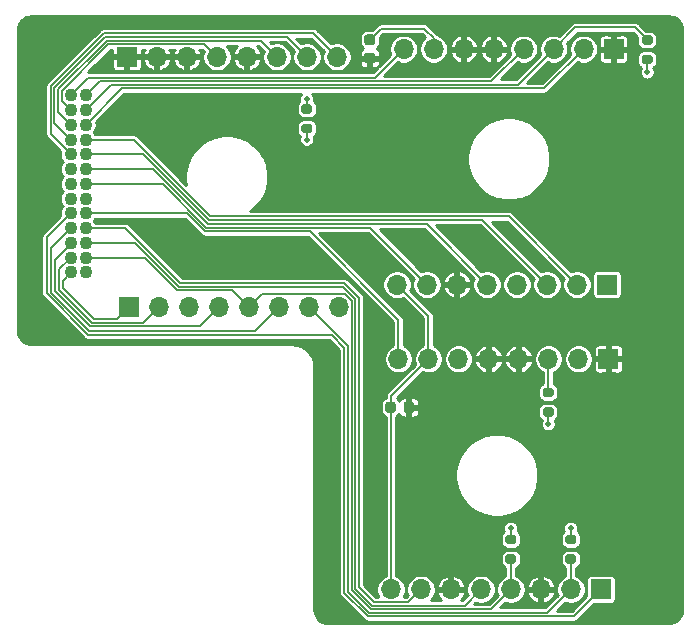
<source format=gbr>
%TF.GenerationSoftware,KiCad,Pcbnew,(5.1.10)-1*%
%TF.CreationDate,2022-11-26T16:24:08-06:00*%
%TF.ProjectId,perovskite_routing_board,7065726f-7673-46b6-9974-655f726f7574,A*%
%TF.SameCoordinates,Original*%
%TF.FileFunction,Copper,L1,Top*%
%TF.FilePolarity,Positive*%
%FSLAX46Y46*%
G04 Gerber Fmt 4.6, Leading zero omitted, Abs format (unit mm)*
G04 Created by KiCad (PCBNEW (5.1.10)-1) date 2022-11-26 16:24:08*
%MOMM*%
%LPD*%
G01*
G04 APERTURE LIST*
%TA.AperFunction,ComponentPad*%
%ADD10C,1.100000*%
%TD*%
%TA.AperFunction,ComponentPad*%
%ADD11O,1.700000X1.700000*%
%TD*%
%TA.AperFunction,ComponentPad*%
%ADD12R,1.700000X1.700000*%
%TD*%
%TA.AperFunction,ViaPad*%
%ADD13C,0.508000*%
%TD*%
%TA.AperFunction,Conductor*%
%ADD14C,0.152400*%
%TD*%
%TA.AperFunction,Conductor*%
%ADD15C,0.254000*%
%TD*%
%TA.AperFunction,Conductor*%
%ADD16C,0.100000*%
%TD*%
G04 APERTURE END LIST*
%TO.P,C2,2*%
%TO.N,GND*%
%TA.AperFunction,SMDPad,CuDef*%
G36*
G01*
X144403000Y-79382500D02*
X144903000Y-79382500D01*
G75*
G02*
X145128000Y-79607500I0J-225000D01*
G01*
X145128000Y-80057500D01*
G75*
G02*
X144903000Y-80282500I-225000J0D01*
G01*
X144403000Y-80282500D01*
G75*
G02*
X144178000Y-80057500I0J225000D01*
G01*
X144178000Y-79607500D01*
G75*
G02*
X144403000Y-79382500I225000J0D01*
G01*
G37*
%TD.AperFunction*%
%TO.P,C2,1*%
%TO.N,VDD*%
%TA.AperFunction,SMDPad,CuDef*%
G36*
G01*
X144403000Y-77832500D02*
X144903000Y-77832500D01*
G75*
G02*
X145128000Y-78057500I0J-225000D01*
G01*
X145128000Y-78507500D01*
G75*
G02*
X144903000Y-78732500I-225000J0D01*
G01*
X144403000Y-78732500D01*
G75*
G02*
X144178000Y-78507500I0J225000D01*
G01*
X144178000Y-78057500D01*
G75*
G02*
X144403000Y-77832500I225000J0D01*
G01*
G37*
%TD.AperFunction*%
%TD*%
%TO.P,C1,2*%
%TO.N,GND*%
%TA.AperFunction,SMDPad,CuDef*%
G36*
G01*
X147518000Y-109660500D02*
X147518000Y-109160500D01*
G75*
G02*
X147743000Y-108935500I225000J0D01*
G01*
X148193000Y-108935500D01*
G75*
G02*
X148418000Y-109160500I0J-225000D01*
G01*
X148418000Y-109660500D01*
G75*
G02*
X148193000Y-109885500I-225000J0D01*
G01*
X147743000Y-109885500D01*
G75*
G02*
X147518000Y-109660500I0J225000D01*
G01*
G37*
%TD.AperFunction*%
%TO.P,C1,1*%
%TO.N,VDD*%
%TA.AperFunction,SMDPad,CuDef*%
G36*
G01*
X145968000Y-109660500D02*
X145968000Y-109160500D01*
G75*
G02*
X146193000Y-108935500I225000J0D01*
G01*
X146643000Y-108935500D01*
G75*
G02*
X146868000Y-109160500I0J-225000D01*
G01*
X146868000Y-109660500D01*
G75*
G02*
X146643000Y-109885500I-225000J0D01*
G01*
X146193000Y-109885500D01*
G75*
G02*
X145968000Y-109660500I0J225000D01*
G01*
G37*
%TD.AperFunction*%
%TD*%
%TO.P,R5,2*%
%TO.N,ALERT3*%
%TA.AperFunction,SMDPad,CuDef*%
G36*
G01*
X160041000Y-108541000D02*
X159491000Y-108541000D01*
G75*
G02*
X159291000Y-108341000I0J200000D01*
G01*
X159291000Y-107941000D01*
G75*
G02*
X159491000Y-107741000I200000J0D01*
G01*
X160041000Y-107741000D01*
G75*
G02*
X160241000Y-107941000I0J-200000D01*
G01*
X160241000Y-108341000D01*
G75*
G02*
X160041000Y-108541000I-200000J0D01*
G01*
G37*
%TD.AperFunction*%
%TO.P,R5,1*%
%TO.N,VDD*%
%TA.AperFunction,SMDPad,CuDef*%
G36*
G01*
X160041000Y-110191000D02*
X159491000Y-110191000D01*
G75*
G02*
X159291000Y-109991000I0J200000D01*
G01*
X159291000Y-109591000D01*
G75*
G02*
X159491000Y-109391000I200000J0D01*
G01*
X160041000Y-109391000D01*
G75*
G02*
X160241000Y-109591000I0J-200000D01*
G01*
X160241000Y-109991000D01*
G75*
G02*
X160041000Y-110191000I-200000J0D01*
G01*
G37*
%TD.AperFunction*%
%TD*%
%TO.P,R4,2*%
%TO.N,ALERT1*%
%TA.AperFunction,SMDPad,CuDef*%
G36*
G01*
X139594000Y-84538000D02*
X139044000Y-84538000D01*
G75*
G02*
X138844000Y-84338000I0J200000D01*
G01*
X138844000Y-83938000D01*
G75*
G02*
X139044000Y-83738000I200000J0D01*
G01*
X139594000Y-83738000D01*
G75*
G02*
X139794000Y-83938000I0J-200000D01*
G01*
X139794000Y-84338000D01*
G75*
G02*
X139594000Y-84538000I-200000J0D01*
G01*
G37*
%TD.AperFunction*%
%TO.P,R4,1*%
%TO.N,VDD*%
%TA.AperFunction,SMDPad,CuDef*%
G36*
G01*
X139594000Y-86188000D02*
X139044000Y-86188000D01*
G75*
G02*
X138844000Y-85988000I0J200000D01*
G01*
X138844000Y-85588000D01*
G75*
G02*
X139044000Y-85388000I200000J0D01*
G01*
X139594000Y-85388000D01*
G75*
G02*
X139794000Y-85588000I0J-200000D01*
G01*
X139794000Y-85988000D01*
G75*
G02*
X139594000Y-86188000I-200000J0D01*
G01*
G37*
%TD.AperFunction*%
%TD*%
%TO.P,R3,2*%
%TO.N,ALERT2*%
%TA.AperFunction,SMDPad,CuDef*%
G36*
G01*
X168423000Y-78696000D02*
X167873000Y-78696000D01*
G75*
G02*
X167673000Y-78496000I0J200000D01*
G01*
X167673000Y-78096000D01*
G75*
G02*
X167873000Y-77896000I200000J0D01*
G01*
X168423000Y-77896000D01*
G75*
G02*
X168623000Y-78096000I0J-200000D01*
G01*
X168623000Y-78496000D01*
G75*
G02*
X168423000Y-78696000I-200000J0D01*
G01*
G37*
%TD.AperFunction*%
%TO.P,R3,1*%
%TO.N,VDD*%
%TA.AperFunction,SMDPad,CuDef*%
G36*
G01*
X168423000Y-80346000D02*
X167873000Y-80346000D01*
G75*
G02*
X167673000Y-80146000I0J200000D01*
G01*
X167673000Y-79746000D01*
G75*
G02*
X167873000Y-79546000I200000J0D01*
G01*
X168423000Y-79546000D01*
G75*
G02*
X168623000Y-79746000I0J-200000D01*
G01*
X168623000Y-80146000D01*
G75*
G02*
X168423000Y-80346000I-200000J0D01*
G01*
G37*
%TD.AperFunction*%
%TD*%
D10*
%TO.P,J7,1*%
%TO.N,CP*%
X119354600Y-97981800D03*
%TO.P,J7,2*%
%TO.N,CELL_6*%
X119354600Y-96731800D03*
%TO.P,J7,3*%
%TO.N,CELL_5*%
X119354600Y-95481800D03*
%TO.P,J7,4*%
%TO.N,CELL_4*%
X119354600Y-94231800D03*
%TO.P,J7,5*%
%TO.N,CELL_16*%
X119354600Y-92981800D03*
%TO.P,J7,6*%
%TO.N,CELL_15*%
X119354600Y-91731800D03*
%TO.P,J7,7*%
%TO.N,ALERT3*%
X119354600Y-90481800D03*
%TO.P,J7,8*%
%TO.N,CELL_14*%
X119354600Y-89231800D03*
%TO.P,J7,9*%
%TO.N,CELL_1*%
X119354600Y-87981800D03*
%TO.P,J7,10*%
%TO.N,ALERT1*%
X119354600Y-86731800D03*
%TO.P,J7,11*%
%TO.N,CELL_2*%
X119354600Y-85481800D03*
%TO.P,J7,12*%
%TO.N,CELL_3*%
X119354600Y-84231800D03*
%TO.P,J7,13*%
%TO.N,CELL_7*%
X119354600Y-82981800D03*
%TO.P,J7,14*%
%TO.N,VDD*%
X120604600Y-97981800D03*
%TO.P,J7,15*%
%TO.N,SDA*%
X120604600Y-96731800D03*
%TO.P,J7,16*%
%TO.N,CELL_17*%
X120604600Y-95481800D03*
%TO.P,J7,17*%
%TO.N,CELL_18*%
X120604600Y-94231800D03*
%TO.P,J7,18*%
%TO.N,CELL_13*%
X120604600Y-92981800D03*
%TO.P,J7,19*%
%TO.N,GND*%
X120604600Y-91731800D03*
%TO.P,J7,20*%
%TO.N,CELL_12*%
X120604600Y-90481800D03*
%TO.P,J7,21*%
%TO.N,CELL_11*%
X120604600Y-89231800D03*
%TO.P,J7,22*%
%TO.N,CELL_10*%
X120604600Y-87981800D03*
%TO.P,J7,23*%
%TO.N,SCL*%
X120604600Y-86731800D03*
%TO.P,J7,24*%
%TO.N,CELL_9*%
X120604600Y-85481800D03*
%TO.P,J7,25*%
%TO.N,ALERT2*%
X120604600Y-84231800D03*
%TO.P,J7,26*%
%TO.N,CELL_8*%
X120604600Y-82981800D03*
%TD*%
D11*
%TO.P,J5,8*%
%TO.N,VDD*%
X146456400Y-124815600D03*
%TO.P,J5,7*%
%TO.N,CELL_18*%
X148996400Y-124815600D03*
%TO.P,J5,6*%
%TO.N,GND*%
X151536400Y-124815600D03*
%TO.P,J5,5*%
%TO.N,CELL_17*%
X154076400Y-124815600D03*
%TO.P,J5,4*%
%TO.N,SDA*%
X156616400Y-124815600D03*
%TO.P,J5,3*%
%TO.N,GND*%
X159156400Y-124815600D03*
%TO.P,J5,2*%
%TO.N,SCL*%
X161696400Y-124815600D03*
D12*
%TO.P,J5,1*%
%TO.N,CELL_16*%
X164236400Y-124815600D03*
%TD*%
%TO.P,J4,1*%
%TO.N,CP*%
X164744400Y-99009200D03*
D11*
%TO.P,J4,2*%
%TO.N,SCL*%
X162204400Y-99009200D03*
%TO.P,J4,3*%
%TO.N,CELL_10*%
X159664400Y-99009200D03*
%TO.P,J4,4*%
%TO.N,SDA*%
X157124400Y-99009200D03*
%TO.P,J4,5*%
%TO.N,CELL_11*%
X154584400Y-99009200D03*
%TO.P,J4,6*%
%TO.N,GND*%
X152044400Y-99009200D03*
%TO.P,J4,7*%
%TO.N,CELL_12*%
X149504400Y-99009200D03*
%TO.P,J4,8*%
%TO.N,VDD*%
X146964400Y-99009200D03*
%TD*%
D12*
%TO.P,J2,1*%
%TO.N,GND*%
X124104400Y-79730600D03*
D11*
%TO.P,J2,2*%
X126644400Y-79730600D03*
%TO.P,J2,3*%
X129184400Y-79730600D03*
%TO.P,J2,4*%
%TO.N,CELL_3*%
X131724400Y-79730600D03*
%TO.P,J2,5*%
%TO.N,GND*%
X134264400Y-79730600D03*
%TO.P,J2,6*%
%TO.N,CELL_2*%
X136804400Y-79730600D03*
%TO.P,J2,7*%
%TO.N,ALERT1*%
X139344400Y-79730600D03*
%TO.P,J2,8*%
%TO.N,CELL_1*%
X141884400Y-79730600D03*
%TD*%
%TO.P,J3,8*%
%TO.N,CELL_7*%
X147523200Y-79070200D03*
%TO.P,J3,7*%
%TO.N,VDD*%
X150063200Y-79070200D03*
%TO.P,J3,6*%
%TO.N,GND*%
X152603200Y-79070200D03*
%TO.P,J3,5*%
X155143200Y-79070200D03*
%TO.P,J3,4*%
%TO.N,CELL_8*%
X157683200Y-79070200D03*
%TO.P,J3,3*%
%TO.N,ALERT2*%
X160223200Y-79070200D03*
%TO.P,J3,2*%
%TO.N,CELL_9*%
X162763200Y-79070200D03*
D12*
%TO.P,J3,1*%
%TO.N,GND*%
X165303200Y-79070200D03*
%TD*%
%TO.P,J6,1*%
%TO.N,GND*%
X164871400Y-105308400D03*
D11*
%TO.P,J6,2*%
%TO.N,CELL_15*%
X162331400Y-105308400D03*
%TO.P,J6,3*%
%TO.N,ALERT3*%
X159791400Y-105308400D03*
%TO.P,J6,4*%
%TO.N,GND*%
X157251400Y-105308400D03*
%TO.P,J6,5*%
X154711400Y-105308400D03*
%TO.P,J6,6*%
%TO.N,CELL_14*%
X152171400Y-105308400D03*
%TO.P,J6,7*%
%TO.N,VDD*%
X149631400Y-105308400D03*
%TO.P,J6,8*%
%TO.N,CELL_13*%
X147091400Y-105308400D03*
%TD*%
D12*
%TO.P,J1,1*%
%TO.N,CP*%
X124269500Y-100901500D03*
D11*
%TO.P,J1,2*%
%TO.N,CELL_6*%
X126809500Y-100901500D03*
%TO.P,J1,3*%
%TO.N,VDD*%
X129349500Y-100901500D03*
%TO.P,J1,4*%
%TO.N,CELL_5*%
X131889500Y-100901500D03*
%TO.P,J1,5*%
%TO.N,SDA*%
X134429500Y-100901500D03*
%TO.P,J1,6*%
%TO.N,CELL_4*%
X136969500Y-100901500D03*
%TO.P,J1,7*%
%TO.N,SCL*%
X139509500Y-100901500D03*
%TO.P,J1,8*%
%TO.N,CP*%
X142049500Y-100901500D03*
%TD*%
%TO.P,R1,1*%
%TO.N,VDD*%
%TA.AperFunction,SMDPad,CuDef*%
G36*
G01*
X161396000Y-120187000D02*
X161946000Y-120187000D01*
G75*
G02*
X162146000Y-120387000I0J-200000D01*
G01*
X162146000Y-120787000D01*
G75*
G02*
X161946000Y-120987000I-200000J0D01*
G01*
X161396000Y-120987000D01*
G75*
G02*
X161196000Y-120787000I0J200000D01*
G01*
X161196000Y-120387000D01*
G75*
G02*
X161396000Y-120187000I200000J0D01*
G01*
G37*
%TD.AperFunction*%
%TO.P,R1,2*%
%TO.N,SCL*%
%TA.AperFunction,SMDPad,CuDef*%
G36*
G01*
X161396000Y-121837000D02*
X161946000Y-121837000D01*
G75*
G02*
X162146000Y-122037000I0J-200000D01*
G01*
X162146000Y-122437000D01*
G75*
G02*
X161946000Y-122637000I-200000J0D01*
G01*
X161396000Y-122637000D01*
G75*
G02*
X161196000Y-122437000I0J200000D01*
G01*
X161196000Y-122037000D01*
G75*
G02*
X161396000Y-121837000I200000J0D01*
G01*
G37*
%TD.AperFunction*%
%TD*%
%TO.P,R2,1*%
%TO.N,VDD*%
%TA.AperFunction,SMDPad,CuDef*%
G36*
G01*
X156316000Y-120187000D02*
X156866000Y-120187000D01*
G75*
G02*
X157066000Y-120387000I0J-200000D01*
G01*
X157066000Y-120787000D01*
G75*
G02*
X156866000Y-120987000I-200000J0D01*
G01*
X156316000Y-120987000D01*
G75*
G02*
X156116000Y-120787000I0J200000D01*
G01*
X156116000Y-120387000D01*
G75*
G02*
X156316000Y-120187000I200000J0D01*
G01*
G37*
%TD.AperFunction*%
%TO.P,R2,2*%
%TO.N,SDA*%
%TA.AperFunction,SMDPad,CuDef*%
G36*
G01*
X156316000Y-121837000D02*
X156866000Y-121837000D01*
G75*
G02*
X157066000Y-122037000I0J-200000D01*
G01*
X157066000Y-122437000D01*
G75*
G02*
X156866000Y-122637000I-200000J0D01*
G01*
X156316000Y-122637000D01*
G75*
G02*
X156116000Y-122437000I0J200000D01*
G01*
X156116000Y-122037000D01*
G75*
G02*
X156316000Y-121837000I200000J0D01*
G01*
G37*
%TD.AperFunction*%
%TD*%
D13*
%TO.N,VDD*%
X156591000Y-119634000D03*
X161671000Y-119634000D03*
X168148000Y-81026000D03*
X139319000Y-86741000D03*
X159766000Y-110807500D03*
%TO.N,ALERT1*%
X139319000Y-83312000D03*
%TD*%
D14*
%TO.N,CP*%
X119354600Y-97981800D02*
X118668810Y-98667590D01*
X118668810Y-98667590D02*
X118668810Y-99314744D01*
X118668810Y-99314744D02*
X121284256Y-101930190D01*
X123240810Y-101930190D02*
X124269500Y-100901500D01*
X121284256Y-101930190D02*
X123240810Y-101930190D01*
%TO.N,CELL_6*%
X118364000Y-97722400D02*
X119354600Y-96731800D01*
X118364000Y-99441000D02*
X118364000Y-97722400D01*
X121158000Y-102235000D02*
X118364000Y-99441000D01*
X125476000Y-102235000D02*
X121158000Y-102235000D01*
X126809500Y-100901500D02*
X125476000Y-102235000D01*
%TO.N,VDD*%
X149631400Y-101676200D02*
X146964400Y-99009200D01*
X149631400Y-105308400D02*
X149631400Y-101676200D01*
X146456400Y-108483400D02*
X149631400Y-105308400D01*
X146456400Y-124815600D02*
X146456400Y-108483400D01*
X156591000Y-120587000D02*
X156591000Y-119634000D01*
X161671000Y-120587000D02*
X161671000Y-119634000D01*
X168148000Y-79946000D02*
X168148000Y-81026000D01*
X139319000Y-85788000D02*
X139319000Y-86741000D01*
X159766000Y-109791000D02*
X159766000Y-110807500D01*
X150063200Y-79070200D02*
X150063200Y-78117700D01*
X150063200Y-78117700D02*
X149288500Y-77343000D01*
X145592500Y-77343000D02*
X144653000Y-78282500D01*
X149288500Y-77343000D02*
X145592500Y-77343000D01*
%TO.N,CELL_5*%
X119354600Y-95575334D02*
X119354600Y-95481800D01*
X118011591Y-96918343D02*
X119354600Y-95575334D01*
X118011591Y-99586973D02*
X118011591Y-96918343D01*
X130251190Y-102539810D02*
X120964426Y-102539810D01*
X131889500Y-100901500D02*
X130251190Y-102539810D01*
X120964426Y-102539808D02*
X118011591Y-99586973D01*
X120964426Y-102539810D02*
X120964426Y-102539808D01*
%TO.N,SDA*%
X134429500Y-100901500D02*
X133018967Y-99490967D01*
X133018967Y-99490967D02*
X128370033Y-99490967D01*
X125610866Y-96731800D02*
X120604600Y-96731800D01*
X128370033Y-99490967D02*
X125610866Y-96731800D01*
X144751371Y-126503820D02*
X154928179Y-126503821D01*
X143128101Y-100383771D02*
X143128101Y-124880549D01*
X142567229Y-99822899D02*
X143128101Y-100383771D01*
X154928179Y-126503821D02*
X156616400Y-124815600D01*
X143128101Y-124880549D02*
X144751371Y-126503820D01*
X135508101Y-99822899D02*
X142567229Y-99822899D01*
X134429500Y-100901500D02*
X135508101Y-99822899D01*
X156591000Y-124790200D02*
X156616400Y-124815600D01*
X156591000Y-122237000D02*
X156591000Y-124790200D01*
%TO.N,CELL_4*%
X117706782Y-95879618D02*
X119354600Y-94231800D01*
X117706782Y-99722848D02*
X117706782Y-95879618D01*
X120923754Y-102939820D02*
X117706782Y-99722848D01*
X134931180Y-102939820D02*
X120923754Y-102939820D01*
X136969500Y-100901500D02*
X134931180Y-102939820D01*
%TO.N,SCL*%
X124661218Y-86731800D02*
X131173600Y-93244182D01*
X120604600Y-86731800D02*
X124661218Y-86731800D01*
X156439382Y-93244182D02*
X162204400Y-99009200D01*
X131173600Y-93244182D02*
X156439382Y-93244182D01*
X159703371Y-126808629D02*
X144625114Y-126808629D01*
X161696400Y-124815600D02*
X159703371Y-126808629D01*
X144625114Y-126808629D02*
X142823291Y-125006805D01*
X142823291Y-104215291D02*
X139509500Y-100901500D01*
X142823291Y-125006805D02*
X142823291Y-104215291D01*
X161671000Y-124790200D02*
X161696400Y-124815600D01*
X161671000Y-122237000D02*
X161671000Y-124790200D01*
%TO.N,CELL_2*%
X118271189Y-84398389D02*
X118271190Y-82481814D01*
X119354600Y-85481800D02*
X118271189Y-84398389D01*
X135420989Y-78347189D02*
X136804400Y-79730600D01*
X122405815Y-78347189D02*
X135420989Y-78347189D01*
X118271190Y-82481814D02*
X122405815Y-78347189D01*
%TO.N,ALERT1*%
X139344400Y-79730600D02*
X137654800Y-78041000D01*
X119354600Y-86731800D02*
X117966380Y-85343580D01*
X117966380Y-85343580D02*
X117966381Y-82355557D01*
X122279559Y-78042379D02*
X137656179Y-78042379D01*
X137656179Y-78042379D02*
X139344400Y-79730600D01*
X117966381Y-82355557D02*
X122279559Y-78042379D01*
X139319000Y-83312000D02*
X139319000Y-84138000D01*
%TO.N,CELL_1*%
X119354600Y-87981800D02*
X117661571Y-86288771D01*
X117661571Y-86288771D02*
X117661572Y-82229300D01*
X139889991Y-77736191D02*
X141884400Y-79730600D01*
X122154681Y-77736191D02*
X139889991Y-77736191D01*
X117661572Y-82229300D02*
X122154681Y-77736191D01*
%TO.N,CELL_7*%
X119354600Y-82981800D02*
X120845400Y-81491000D01*
X145102400Y-81491000D02*
X147523200Y-79070200D01*
X120845400Y-81491000D02*
X145102400Y-81491000D01*
%TO.N,CELL_8*%
X120604600Y-82981800D02*
X121790590Y-81795810D01*
X154957590Y-81795810D02*
X157683200Y-79070200D01*
X121790590Y-81795810D02*
X154957590Y-81795810D01*
%TO.N,ALERT2*%
X120604600Y-84231800D02*
X122735780Y-82100620D01*
X157192780Y-82100620D02*
X160223200Y-79070200D01*
X122735780Y-82100620D02*
X157192780Y-82100620D01*
X168148000Y-78296000D02*
X168148000Y-78232000D01*
X168148000Y-78232000D02*
X167132000Y-77216000D01*
X162077400Y-77216000D02*
X160223200Y-79070200D01*
X167132000Y-77216000D02*
X162077400Y-77216000D01*
%TO.N,CELL_9*%
X120604600Y-85481800D02*
X123680970Y-82405430D01*
X159427970Y-82405430D02*
X162763200Y-79070200D01*
X123680970Y-82405430D02*
X159427970Y-82405430D01*
%TO.N,CELL_10*%
X120604600Y-87981800D02*
X125480152Y-87981800D01*
X125480152Y-87981800D02*
X131047344Y-93548992D01*
X154204192Y-93548992D02*
X159664400Y-99009200D01*
X131047344Y-93548992D02*
X154204192Y-93548992D01*
%TO.N,CELL_11*%
X120604600Y-89231800D02*
X126299086Y-89231800D01*
X126299086Y-89231800D02*
X130958286Y-93891000D01*
X149466200Y-93891000D02*
X154584400Y-99009200D01*
X130958286Y-93891000D02*
X149466200Y-93891000D01*
%TO.N,CELL_12*%
X120604600Y-90481800D02*
X127118020Y-90481800D01*
X127118020Y-90481800D02*
X130832030Y-94195810D01*
X144691010Y-94195810D02*
X149504400Y-99009200D01*
X130832030Y-94195810D02*
X144691010Y-94195810D01*
%TO.N,CELL_18*%
X147917799Y-125894201D02*
X148996400Y-124815600D01*
X145003884Y-125894201D02*
X147917799Y-125894201D01*
X120604600Y-94231800D02*
X123972998Y-94231800D01*
X123972998Y-94231800D02*
X128622545Y-98881347D01*
X128622545Y-98881347D02*
X142487810Y-98881348D01*
X142487810Y-98881348D02*
X143737721Y-100131259D01*
X143737721Y-124628038D02*
X145003884Y-125894201D01*
X143737721Y-100131259D02*
X143737721Y-124628038D01*
%TO.N,CELL_17*%
X152692989Y-126199011D02*
X154076400Y-124815600D01*
X144877628Y-126199011D02*
X152692989Y-126199011D01*
X143432911Y-124754293D02*
X144877628Y-126199011D01*
X143432911Y-100257515D02*
X143432911Y-124754293D01*
X142361553Y-99186157D02*
X143432911Y-100257515D01*
X128496289Y-99186157D02*
X142361553Y-99186157D01*
X124791932Y-95481800D02*
X128496289Y-99186157D01*
X120604600Y-95481800D02*
X124791932Y-95481800D01*
%TO.N,CELL_16*%
X117320000Y-99767132D02*
X117320000Y-95016400D01*
X120797497Y-103244629D02*
X117320000Y-99767132D01*
X141421564Y-103244630D02*
X120797497Y-103244629D01*
X142518481Y-125133061D02*
X142518481Y-104341547D01*
X144498857Y-127113438D02*
X142518481Y-125133061D01*
X142518481Y-104341547D02*
X141421564Y-103244630D01*
X161938562Y-127113438D02*
X144498857Y-127113438D01*
X117320000Y-95016400D02*
X119354600Y-92981800D01*
X164236400Y-124815600D02*
X161938562Y-127113438D01*
%TO.N,ALERT3*%
X159791400Y-108115600D02*
X159766000Y-108141000D01*
X159791400Y-105308400D02*
X159791400Y-108115600D01*
%TO.N,CELL_13*%
X147091400Y-102006400D02*
X147091400Y-105308400D01*
X139585620Y-94500620D02*
X147091400Y-102006400D01*
X130705774Y-94500620D02*
X139585620Y-94500620D01*
X129186954Y-92981800D02*
X130705774Y-94500620D01*
X120604600Y-92981800D02*
X129186954Y-92981800D01*
%TO.N,CELL_3*%
X118575999Y-83453199D02*
X118575999Y-82608071D01*
X119354600Y-84231800D02*
X118575999Y-83453199D01*
X118575999Y-82608071D02*
X122532071Y-78651999D01*
X130645799Y-78651999D02*
X131724400Y-79730600D01*
X122532071Y-78651999D02*
X130645799Y-78651999D01*
%TD*%
D15*
%TO.N,GND*%
X170197611Y-76320786D02*
X170401648Y-76382389D01*
X170589836Y-76482450D01*
X170754995Y-76617151D01*
X170890852Y-76781373D01*
X170992224Y-76968856D01*
X171055248Y-77172453D01*
X171079501Y-77403209D01*
X171079500Y-126572188D01*
X171056756Y-126804151D01*
X170995153Y-127008189D01*
X170895092Y-127196377D01*
X170760391Y-127361536D01*
X170596166Y-127497395D01*
X170408687Y-127598765D01*
X170205089Y-127661789D01*
X169974342Y-127686041D01*
X141092853Y-127686041D01*
X140860890Y-127663297D01*
X140656852Y-127601694D01*
X140468664Y-127501633D01*
X140303505Y-127366932D01*
X140167646Y-127202707D01*
X140066276Y-127015228D01*
X140003252Y-126811630D01*
X139979000Y-126580883D01*
X139979000Y-105947018D01*
X139977227Y-105929016D01*
X139977292Y-105919692D01*
X139976739Y-105914050D01*
X139946139Y-105622904D01*
X139938736Y-105586838D01*
X139931844Y-105550712D01*
X139930206Y-105545284D01*
X139843638Y-105265629D01*
X139829366Y-105231677D01*
X139815593Y-105197588D01*
X139812932Y-105192582D01*
X139673693Y-104935066D01*
X139653098Y-104904533D01*
X139632967Y-104873770D01*
X139629385Y-104869376D01*
X139442780Y-104643809D01*
X139416644Y-104617855D01*
X139390923Y-104591590D01*
X139386555Y-104587976D01*
X139159691Y-104402950D01*
X139129026Y-104382576D01*
X139098679Y-104361797D01*
X139093693Y-104359100D01*
X138835212Y-104221663D01*
X138801149Y-104207623D01*
X138767369Y-104193145D01*
X138761954Y-104191468D01*
X138481699Y-104106854D01*
X138445578Y-104099702D01*
X138409608Y-104092057D01*
X138403972Y-104091464D01*
X138403970Y-104091464D01*
X138112618Y-104062897D01*
X138092941Y-104060959D01*
X116005353Y-104060959D01*
X115773390Y-104038215D01*
X115569352Y-103976612D01*
X115381164Y-103876551D01*
X115216005Y-103741850D01*
X115080146Y-103577625D01*
X114978776Y-103390146D01*
X114915752Y-103186548D01*
X114891500Y-102955801D01*
X114891500Y-95016400D01*
X116860589Y-95016400D01*
X116862801Y-95038860D01*
X116862800Y-99744682D01*
X116860589Y-99767132D01*
X116862800Y-99789582D01*
X116862800Y-99789591D01*
X116869415Y-99856758D01*
X116895559Y-99942940D01*
X116938013Y-100022367D01*
X116995147Y-100091985D01*
X117012597Y-100106306D01*
X120458332Y-103552042D01*
X120472644Y-103569481D01*
X120490083Y-103583793D01*
X120490089Y-103583799D01*
X120542260Y-103626616D01*
X120621687Y-103669069D01*
X120707870Y-103695213D01*
X120797496Y-103704040D01*
X120819956Y-103701828D01*
X141232187Y-103701830D01*
X142061282Y-104530926D01*
X142061281Y-125110611D01*
X142059070Y-125133061D01*
X142061281Y-125155511D01*
X142061281Y-125155520D01*
X142067896Y-125222687D01*
X142094040Y-125308869D01*
X142136494Y-125388296D01*
X142193628Y-125457914D01*
X142211078Y-125472235D01*
X144159687Y-127420846D01*
X144174004Y-127438291D01*
X144191449Y-127452608D01*
X144243620Y-127495425D01*
X144286074Y-127518116D01*
X144323048Y-127537879D01*
X144409230Y-127564023D01*
X144476397Y-127570638D01*
X144476406Y-127570638D01*
X144498856Y-127572849D01*
X144521306Y-127570638D01*
X161916112Y-127570638D01*
X161938562Y-127572849D01*
X161961012Y-127570638D01*
X161961022Y-127570638D01*
X162028189Y-127564023D01*
X162114371Y-127537879D01*
X162193798Y-127495425D01*
X162263415Y-127438291D01*
X162277736Y-127420841D01*
X163650135Y-126048443D01*
X165086400Y-126048443D01*
X165161089Y-126041087D01*
X165232908Y-126019301D01*
X165299096Y-125983922D01*
X165357111Y-125936311D01*
X165404722Y-125878296D01*
X165440101Y-125812108D01*
X165461887Y-125740289D01*
X165469243Y-125665600D01*
X165469243Y-123965600D01*
X165461887Y-123890911D01*
X165440101Y-123819092D01*
X165404722Y-123752904D01*
X165357111Y-123694889D01*
X165299096Y-123647278D01*
X165232908Y-123611899D01*
X165161089Y-123590113D01*
X165086400Y-123582757D01*
X163386400Y-123582757D01*
X163311711Y-123590113D01*
X163239892Y-123611899D01*
X163173704Y-123647278D01*
X163115689Y-123694889D01*
X163068078Y-123752904D01*
X163032699Y-123819092D01*
X163010913Y-123890911D01*
X163003557Y-123965600D01*
X163003557Y-125401865D01*
X161749185Y-126656238D01*
X160502339Y-126656238D01*
X161211433Y-125947145D01*
X161337331Y-125999293D01*
X161575157Y-126046600D01*
X161817643Y-126046600D01*
X162055469Y-125999293D01*
X162279497Y-125906498D01*
X162481117Y-125771780D01*
X162652580Y-125600317D01*
X162787298Y-125398697D01*
X162880093Y-125174669D01*
X162927400Y-124936843D01*
X162927400Y-124694357D01*
X162880093Y-124456531D01*
X162787298Y-124232503D01*
X162652580Y-124030883D01*
X162481117Y-123859420D01*
X162279497Y-123724702D01*
X162128200Y-123662033D01*
X162128200Y-122987867D01*
X162169044Y-122975477D01*
X162269810Y-122921616D01*
X162358132Y-122849132D01*
X162430616Y-122760810D01*
X162484477Y-122660044D01*
X162517644Y-122550707D01*
X162528843Y-122437000D01*
X162528843Y-122037000D01*
X162517644Y-121923293D01*
X162484477Y-121813956D01*
X162430616Y-121713190D01*
X162358132Y-121624868D01*
X162269810Y-121552384D01*
X162169044Y-121498523D01*
X162059707Y-121465356D01*
X161946000Y-121454157D01*
X161396000Y-121454157D01*
X161282293Y-121465356D01*
X161172956Y-121498523D01*
X161072190Y-121552384D01*
X160983868Y-121624868D01*
X160911384Y-121713190D01*
X160857523Y-121813956D01*
X160824356Y-121923293D01*
X160813157Y-122037000D01*
X160813157Y-122437000D01*
X160824356Y-122550707D01*
X160857523Y-122660044D01*
X160911384Y-122760810D01*
X160983868Y-122849132D01*
X161072190Y-122921616D01*
X161172956Y-122975477D01*
X161213800Y-122987867D01*
X161213801Y-123683075D01*
X161113303Y-123724702D01*
X160911683Y-123859420D01*
X160740220Y-124030883D01*
X160605502Y-124232503D01*
X160512707Y-124456531D01*
X160465400Y-124694357D01*
X160465400Y-124936843D01*
X160512707Y-125174669D01*
X160564855Y-125300567D01*
X159513994Y-126351429D01*
X155727148Y-126351429D01*
X156131433Y-125947145D01*
X156257331Y-125999293D01*
X156495157Y-126046600D01*
X156737643Y-126046600D01*
X156975469Y-125999293D01*
X157199497Y-125906498D01*
X157401117Y-125771780D01*
X157572580Y-125600317D01*
X157707298Y-125398697D01*
X157800093Y-125174669D01*
X157808464Y-125132581D01*
X157966905Y-125132581D01*
X158051601Y-125358549D01*
X158178753Y-125563652D01*
X158343476Y-125740008D01*
X158539439Y-125880839D01*
X158759112Y-125980734D01*
X158839420Y-126005089D01*
X159029400Y-125944227D01*
X159029400Y-124942600D01*
X159283400Y-124942600D01*
X159283400Y-125944227D01*
X159473380Y-126005089D01*
X159553688Y-125980734D01*
X159773361Y-125880839D01*
X159969324Y-125740008D01*
X160134047Y-125563652D01*
X160261199Y-125358549D01*
X160345895Y-125132581D01*
X160285587Y-124942600D01*
X159283400Y-124942600D01*
X159029400Y-124942600D01*
X158027213Y-124942600D01*
X157966905Y-125132581D01*
X157808464Y-125132581D01*
X157847400Y-124936843D01*
X157847400Y-124694357D01*
X157808465Y-124498619D01*
X157966905Y-124498619D01*
X158027213Y-124688600D01*
X159029400Y-124688600D01*
X159029400Y-123686973D01*
X159283400Y-123686973D01*
X159283400Y-124688600D01*
X160285587Y-124688600D01*
X160345895Y-124498619D01*
X160261199Y-124272651D01*
X160134047Y-124067548D01*
X159969324Y-123891192D01*
X159773361Y-123750361D01*
X159553688Y-123650466D01*
X159473380Y-123626111D01*
X159283400Y-123686973D01*
X159029400Y-123686973D01*
X158839420Y-123626111D01*
X158759112Y-123650466D01*
X158539439Y-123750361D01*
X158343476Y-123891192D01*
X158178753Y-124067548D01*
X158051601Y-124272651D01*
X157966905Y-124498619D01*
X157808465Y-124498619D01*
X157800093Y-124456531D01*
X157707298Y-124232503D01*
X157572580Y-124030883D01*
X157401117Y-123859420D01*
X157199497Y-123724702D01*
X157048200Y-123662033D01*
X157048200Y-122987867D01*
X157089044Y-122975477D01*
X157189810Y-122921616D01*
X157278132Y-122849132D01*
X157350616Y-122760810D01*
X157404477Y-122660044D01*
X157437644Y-122550707D01*
X157448843Y-122437000D01*
X157448843Y-122037000D01*
X157437644Y-121923293D01*
X157404477Y-121813956D01*
X157350616Y-121713190D01*
X157278132Y-121624868D01*
X157189810Y-121552384D01*
X157089044Y-121498523D01*
X156979707Y-121465356D01*
X156866000Y-121454157D01*
X156316000Y-121454157D01*
X156202293Y-121465356D01*
X156092956Y-121498523D01*
X155992190Y-121552384D01*
X155903868Y-121624868D01*
X155831384Y-121713190D01*
X155777523Y-121813956D01*
X155744356Y-121923293D01*
X155733157Y-122037000D01*
X155733157Y-122437000D01*
X155744356Y-122550707D01*
X155777523Y-122660044D01*
X155831384Y-122760810D01*
X155903868Y-122849132D01*
X155992190Y-122921616D01*
X156092956Y-122975477D01*
X156133800Y-122987867D01*
X156133801Y-123683075D01*
X156033303Y-123724702D01*
X155831683Y-123859420D01*
X155660220Y-124030883D01*
X155525502Y-124232503D01*
X155432707Y-124456531D01*
X155385400Y-124694357D01*
X155385400Y-124936843D01*
X155432707Y-125174669D01*
X155484855Y-125300567D01*
X154738801Y-126046622D01*
X153491956Y-126046622D01*
X153591433Y-125947145D01*
X153717331Y-125999293D01*
X153955157Y-126046600D01*
X154197643Y-126046600D01*
X154435469Y-125999293D01*
X154659497Y-125906498D01*
X154861117Y-125771780D01*
X155032580Y-125600317D01*
X155167298Y-125398697D01*
X155260093Y-125174669D01*
X155307400Y-124936843D01*
X155307400Y-124694357D01*
X155260093Y-124456531D01*
X155167298Y-124232503D01*
X155032580Y-124030883D01*
X154861117Y-123859420D01*
X154659497Y-123724702D01*
X154435469Y-123631907D01*
X154197643Y-123584600D01*
X153955157Y-123584600D01*
X153717331Y-123631907D01*
X153493303Y-123724702D01*
X153291683Y-123859420D01*
X153120220Y-124030883D01*
X152985502Y-124232503D01*
X152892707Y-124456531D01*
X152845400Y-124694357D01*
X152845400Y-124936843D01*
X152892707Y-125174669D01*
X152944855Y-125300567D01*
X152503612Y-125741811D01*
X152346815Y-125741811D01*
X152349324Y-125740008D01*
X152514047Y-125563652D01*
X152641199Y-125358549D01*
X152725895Y-125132581D01*
X152665587Y-124942600D01*
X151663400Y-124942600D01*
X151663400Y-124962600D01*
X151409400Y-124962600D01*
X151409400Y-124942600D01*
X150407213Y-124942600D01*
X150346905Y-125132581D01*
X150431601Y-125358549D01*
X150558753Y-125563652D01*
X150723476Y-125740008D01*
X150725985Y-125741811D01*
X149811086Y-125741811D01*
X149952580Y-125600317D01*
X150087298Y-125398697D01*
X150180093Y-125174669D01*
X150227400Y-124936843D01*
X150227400Y-124694357D01*
X150188465Y-124498619D01*
X150346905Y-124498619D01*
X150407213Y-124688600D01*
X151409400Y-124688600D01*
X151409400Y-123686973D01*
X151663400Y-123686973D01*
X151663400Y-124688600D01*
X152665587Y-124688600D01*
X152725895Y-124498619D01*
X152641199Y-124272651D01*
X152514047Y-124067548D01*
X152349324Y-123891192D01*
X152153361Y-123750361D01*
X151933688Y-123650466D01*
X151853380Y-123626111D01*
X151663400Y-123686973D01*
X151409400Y-123686973D01*
X151219420Y-123626111D01*
X151139112Y-123650466D01*
X150919439Y-123750361D01*
X150723476Y-123891192D01*
X150558753Y-124067548D01*
X150431601Y-124272651D01*
X150346905Y-124498619D01*
X150188465Y-124498619D01*
X150180093Y-124456531D01*
X150087298Y-124232503D01*
X149952580Y-124030883D01*
X149781117Y-123859420D01*
X149579497Y-123724702D01*
X149355469Y-123631907D01*
X149117643Y-123584600D01*
X148875157Y-123584600D01*
X148637331Y-123631907D01*
X148413303Y-123724702D01*
X148211683Y-123859420D01*
X148040220Y-124030883D01*
X147905502Y-124232503D01*
X147812707Y-124456531D01*
X147765400Y-124694357D01*
X147765400Y-124936843D01*
X147812707Y-125174669D01*
X147864856Y-125300567D01*
X147728422Y-125437001D01*
X147521704Y-125437001D01*
X147547298Y-125398697D01*
X147640093Y-125174669D01*
X147687400Y-124936843D01*
X147687400Y-124694357D01*
X147640093Y-124456531D01*
X147547298Y-124232503D01*
X147412580Y-124030883D01*
X147241117Y-123859420D01*
X147039497Y-123724702D01*
X146913600Y-123672554D01*
X146913600Y-120387000D01*
X155733157Y-120387000D01*
X155733157Y-120787000D01*
X155744356Y-120900707D01*
X155777523Y-121010044D01*
X155831384Y-121110810D01*
X155903868Y-121199132D01*
X155992190Y-121271616D01*
X156092956Y-121325477D01*
X156202293Y-121358644D01*
X156316000Y-121369843D01*
X156866000Y-121369843D01*
X156979707Y-121358644D01*
X157089044Y-121325477D01*
X157189810Y-121271616D01*
X157278132Y-121199132D01*
X157350616Y-121110810D01*
X157404477Y-121010044D01*
X157437644Y-120900707D01*
X157448843Y-120787000D01*
X157448843Y-120387000D01*
X160813157Y-120387000D01*
X160813157Y-120787000D01*
X160824356Y-120900707D01*
X160857523Y-121010044D01*
X160911384Y-121110810D01*
X160983868Y-121199132D01*
X161072190Y-121271616D01*
X161172956Y-121325477D01*
X161282293Y-121358644D01*
X161396000Y-121369843D01*
X161946000Y-121369843D01*
X162059707Y-121358644D01*
X162169044Y-121325477D01*
X162269810Y-121271616D01*
X162358132Y-121199132D01*
X162430616Y-121110810D01*
X162484477Y-121010044D01*
X162517644Y-120900707D01*
X162528843Y-120787000D01*
X162528843Y-120387000D01*
X162517644Y-120273293D01*
X162484477Y-120163956D01*
X162430616Y-120063190D01*
X162358132Y-119974868D01*
X162269810Y-119902384D01*
X162251258Y-119892468D01*
X162281597Y-119819223D01*
X162306000Y-119696542D01*
X162306000Y-119571458D01*
X162281597Y-119448777D01*
X162233729Y-119333215D01*
X162164236Y-119229211D01*
X162075789Y-119140764D01*
X161971785Y-119071271D01*
X161856223Y-119023403D01*
X161733542Y-118999000D01*
X161608458Y-118999000D01*
X161485777Y-119023403D01*
X161370215Y-119071271D01*
X161266211Y-119140764D01*
X161177764Y-119229211D01*
X161108271Y-119333215D01*
X161060403Y-119448777D01*
X161036000Y-119571458D01*
X161036000Y-119696542D01*
X161060403Y-119819223D01*
X161090742Y-119892468D01*
X161072190Y-119902384D01*
X160983868Y-119974868D01*
X160911384Y-120063190D01*
X160857523Y-120163956D01*
X160824356Y-120273293D01*
X160813157Y-120387000D01*
X157448843Y-120387000D01*
X157437644Y-120273293D01*
X157404477Y-120163956D01*
X157350616Y-120063190D01*
X157278132Y-119974868D01*
X157189810Y-119902384D01*
X157171258Y-119892468D01*
X157201597Y-119819223D01*
X157226000Y-119696542D01*
X157226000Y-119571458D01*
X157201597Y-119448777D01*
X157153729Y-119333215D01*
X157084236Y-119229211D01*
X156995789Y-119140764D01*
X156891785Y-119071271D01*
X156776223Y-119023403D01*
X156653542Y-118999000D01*
X156528458Y-118999000D01*
X156405777Y-119023403D01*
X156290215Y-119071271D01*
X156186211Y-119140764D01*
X156097764Y-119229211D01*
X156028271Y-119333215D01*
X155980403Y-119448777D01*
X155956000Y-119571458D01*
X155956000Y-119696542D01*
X155980403Y-119819223D01*
X156010742Y-119892468D01*
X155992190Y-119902384D01*
X155903868Y-119974868D01*
X155831384Y-120063190D01*
X155777523Y-120163956D01*
X155744356Y-120273293D01*
X155733157Y-120387000D01*
X146913600Y-120387000D01*
X146913600Y-114816433D01*
X151914979Y-114816433D01*
X151914979Y-115507649D01*
X152049828Y-116185585D01*
X152314346Y-116824186D01*
X152698365Y-117398912D01*
X153187129Y-117887676D01*
X153761855Y-118271695D01*
X154400456Y-118536213D01*
X155078392Y-118671062D01*
X155769608Y-118671062D01*
X156447544Y-118536213D01*
X157086145Y-118271695D01*
X157660871Y-117887676D01*
X158149635Y-117398912D01*
X158533654Y-116824186D01*
X158798172Y-116185585D01*
X158933021Y-115507649D01*
X158933021Y-114816433D01*
X158798172Y-114138497D01*
X158533654Y-113499896D01*
X158149635Y-112925170D01*
X157660871Y-112436406D01*
X157086145Y-112052387D01*
X156447544Y-111787869D01*
X155769608Y-111653020D01*
X155078392Y-111653020D01*
X154400456Y-111787869D01*
X153761855Y-112052387D01*
X153187129Y-112436406D01*
X152698365Y-112925170D01*
X152314346Y-113499896D01*
X152049828Y-114138497D01*
X151914979Y-114816433D01*
X146913600Y-114816433D01*
X146913600Y-110201768D01*
X146980699Y-110165903D01*
X147072810Y-110090310D01*
X147148403Y-109998199D01*
X147152001Y-109991467D01*
X147164299Y-110032008D01*
X147199678Y-110098196D01*
X147247289Y-110156211D01*
X147305304Y-110203822D01*
X147371492Y-110239201D01*
X147443311Y-110260987D01*
X147518000Y-110268343D01*
X147745750Y-110266500D01*
X147841000Y-110171250D01*
X147841000Y-109537500D01*
X148095000Y-109537500D01*
X148095000Y-110171250D01*
X148190250Y-110266500D01*
X148418000Y-110268343D01*
X148492689Y-110260987D01*
X148564508Y-110239201D01*
X148630696Y-110203822D01*
X148688711Y-110156211D01*
X148736322Y-110098196D01*
X148771701Y-110032008D01*
X148793487Y-109960189D01*
X148800843Y-109885500D01*
X148799000Y-109632750D01*
X148757250Y-109591000D01*
X158908157Y-109591000D01*
X158908157Y-109991000D01*
X158919356Y-110104707D01*
X158952523Y-110214044D01*
X159006384Y-110314810D01*
X159078868Y-110403132D01*
X159167190Y-110475616D01*
X159209087Y-110498011D01*
X159203271Y-110506715D01*
X159155403Y-110622277D01*
X159131000Y-110744958D01*
X159131000Y-110870042D01*
X159155403Y-110992723D01*
X159203271Y-111108285D01*
X159272764Y-111212289D01*
X159361211Y-111300736D01*
X159465215Y-111370229D01*
X159580777Y-111418097D01*
X159703458Y-111442500D01*
X159828542Y-111442500D01*
X159951223Y-111418097D01*
X160066785Y-111370229D01*
X160170789Y-111300736D01*
X160259236Y-111212289D01*
X160328729Y-111108285D01*
X160376597Y-110992723D01*
X160401000Y-110870042D01*
X160401000Y-110744958D01*
X160376597Y-110622277D01*
X160328729Y-110506715D01*
X160322913Y-110498011D01*
X160364810Y-110475616D01*
X160453132Y-110403132D01*
X160525616Y-110314810D01*
X160579477Y-110214044D01*
X160612644Y-110104707D01*
X160623843Y-109991000D01*
X160623843Y-109591000D01*
X160612644Y-109477293D01*
X160579477Y-109367956D01*
X160525616Y-109267190D01*
X160453132Y-109178868D01*
X160364810Y-109106384D01*
X160264044Y-109052523D01*
X160154707Y-109019356D01*
X160041000Y-109008157D01*
X159491000Y-109008157D01*
X159377293Y-109019356D01*
X159267956Y-109052523D01*
X159167190Y-109106384D01*
X159078868Y-109178868D01*
X159006384Y-109267190D01*
X158952523Y-109367956D01*
X158919356Y-109477293D01*
X158908157Y-109591000D01*
X148757250Y-109591000D01*
X148703750Y-109537500D01*
X148095000Y-109537500D01*
X147841000Y-109537500D01*
X147821000Y-109537500D01*
X147821000Y-109283500D01*
X147841000Y-109283500D01*
X147841000Y-108649750D01*
X148095000Y-108649750D01*
X148095000Y-109283500D01*
X148703750Y-109283500D01*
X148799000Y-109188250D01*
X148800843Y-108935500D01*
X148793487Y-108860811D01*
X148771701Y-108788992D01*
X148736322Y-108722804D01*
X148688711Y-108664789D01*
X148630696Y-108617178D01*
X148564508Y-108581799D01*
X148492689Y-108560013D01*
X148418000Y-108552657D01*
X148190250Y-108554500D01*
X148095000Y-108649750D01*
X147841000Y-108649750D01*
X147745750Y-108554500D01*
X147518000Y-108552657D01*
X147443311Y-108560013D01*
X147371492Y-108581799D01*
X147305304Y-108617178D01*
X147247289Y-108664789D01*
X147199678Y-108722804D01*
X147164299Y-108788992D01*
X147152001Y-108829533D01*
X147148403Y-108822801D01*
X147072810Y-108730690D01*
X146980699Y-108655097D01*
X146948494Y-108637883D01*
X149146433Y-106439945D01*
X149272331Y-106492093D01*
X149510157Y-106539400D01*
X149752643Y-106539400D01*
X149990469Y-106492093D01*
X150214497Y-106399298D01*
X150416117Y-106264580D01*
X150587580Y-106093117D01*
X150722298Y-105891497D01*
X150815093Y-105667469D01*
X150862400Y-105429643D01*
X150862400Y-105187157D01*
X150940400Y-105187157D01*
X150940400Y-105429643D01*
X150987707Y-105667469D01*
X151080502Y-105891497D01*
X151215220Y-106093117D01*
X151386683Y-106264580D01*
X151588303Y-106399298D01*
X151812331Y-106492093D01*
X152050157Y-106539400D01*
X152292643Y-106539400D01*
X152530469Y-106492093D01*
X152754497Y-106399298D01*
X152956117Y-106264580D01*
X153127580Y-106093117D01*
X153262298Y-105891497D01*
X153355093Y-105667469D01*
X153363464Y-105625381D01*
X153521905Y-105625381D01*
X153606601Y-105851349D01*
X153733753Y-106056452D01*
X153898476Y-106232808D01*
X154094439Y-106373639D01*
X154314112Y-106473534D01*
X154394420Y-106497889D01*
X154584400Y-106437027D01*
X154584400Y-105435400D01*
X154838400Y-105435400D01*
X154838400Y-106437027D01*
X155028380Y-106497889D01*
X155108688Y-106473534D01*
X155328361Y-106373639D01*
X155524324Y-106232808D01*
X155689047Y-106056452D01*
X155816199Y-105851349D01*
X155900895Y-105625381D01*
X156061905Y-105625381D01*
X156146601Y-105851349D01*
X156273753Y-106056452D01*
X156438476Y-106232808D01*
X156634439Y-106373639D01*
X156854112Y-106473534D01*
X156934420Y-106497889D01*
X157124400Y-106437027D01*
X157124400Y-105435400D01*
X157378400Y-105435400D01*
X157378400Y-106437027D01*
X157568380Y-106497889D01*
X157648688Y-106473534D01*
X157868361Y-106373639D01*
X158064324Y-106232808D01*
X158229047Y-106056452D01*
X158356199Y-105851349D01*
X158440895Y-105625381D01*
X158380587Y-105435400D01*
X157378400Y-105435400D01*
X157124400Y-105435400D01*
X156122213Y-105435400D01*
X156061905Y-105625381D01*
X155900895Y-105625381D01*
X155840587Y-105435400D01*
X154838400Y-105435400D01*
X154584400Y-105435400D01*
X153582213Y-105435400D01*
X153521905Y-105625381D01*
X153363464Y-105625381D01*
X153402400Y-105429643D01*
X153402400Y-105187157D01*
X158560400Y-105187157D01*
X158560400Y-105429643D01*
X158607707Y-105667469D01*
X158700502Y-105891497D01*
X158835220Y-106093117D01*
X159006683Y-106264580D01*
X159208303Y-106399298D01*
X159334200Y-106451446D01*
X159334201Y-107382428D01*
X159267956Y-107402523D01*
X159167190Y-107456384D01*
X159078868Y-107528868D01*
X159006384Y-107617190D01*
X158952523Y-107717956D01*
X158919356Y-107827293D01*
X158908157Y-107941000D01*
X158908157Y-108341000D01*
X158919356Y-108454707D01*
X158952523Y-108564044D01*
X159006384Y-108664810D01*
X159078868Y-108753132D01*
X159167190Y-108825616D01*
X159267956Y-108879477D01*
X159377293Y-108912644D01*
X159491000Y-108923843D01*
X160041000Y-108923843D01*
X160154707Y-108912644D01*
X160264044Y-108879477D01*
X160364810Y-108825616D01*
X160453132Y-108753132D01*
X160525616Y-108664810D01*
X160579477Y-108564044D01*
X160612644Y-108454707D01*
X160623843Y-108341000D01*
X160623843Y-107941000D01*
X160612644Y-107827293D01*
X160579477Y-107717956D01*
X160525616Y-107617190D01*
X160453132Y-107528868D01*
X160364810Y-107456384D01*
X160264044Y-107402523D01*
X160248600Y-107397838D01*
X160248600Y-106451446D01*
X160374497Y-106399298D01*
X160576117Y-106264580D01*
X160747580Y-106093117D01*
X160882298Y-105891497D01*
X160975093Y-105667469D01*
X161022400Y-105429643D01*
X161022400Y-105187157D01*
X161100400Y-105187157D01*
X161100400Y-105429643D01*
X161147707Y-105667469D01*
X161240502Y-105891497D01*
X161375220Y-106093117D01*
X161546683Y-106264580D01*
X161748303Y-106399298D01*
X161972331Y-106492093D01*
X162210157Y-106539400D01*
X162452643Y-106539400D01*
X162690469Y-106492093D01*
X162914497Y-106399298D01*
X163116117Y-106264580D01*
X163222297Y-106158400D01*
X163638557Y-106158400D01*
X163645913Y-106233089D01*
X163667699Y-106304908D01*
X163703078Y-106371096D01*
X163750689Y-106429111D01*
X163808704Y-106476722D01*
X163874892Y-106512101D01*
X163946711Y-106533887D01*
X164021400Y-106541243D01*
X164649150Y-106539400D01*
X164744400Y-106444150D01*
X164744400Y-105435400D01*
X164998400Y-105435400D01*
X164998400Y-106444150D01*
X165093650Y-106539400D01*
X165721400Y-106541243D01*
X165796089Y-106533887D01*
X165867908Y-106512101D01*
X165934096Y-106476722D01*
X165992111Y-106429111D01*
X166039722Y-106371096D01*
X166075101Y-106304908D01*
X166096887Y-106233089D01*
X166104243Y-106158400D01*
X166102400Y-105530650D01*
X166007150Y-105435400D01*
X164998400Y-105435400D01*
X164744400Y-105435400D01*
X163735650Y-105435400D01*
X163640400Y-105530650D01*
X163638557Y-106158400D01*
X163222297Y-106158400D01*
X163287580Y-106093117D01*
X163422298Y-105891497D01*
X163515093Y-105667469D01*
X163562400Y-105429643D01*
X163562400Y-105187157D01*
X163515093Y-104949331D01*
X163422298Y-104725303D01*
X163287580Y-104523683D01*
X163222297Y-104458400D01*
X163638557Y-104458400D01*
X163640400Y-105086150D01*
X163735650Y-105181400D01*
X164744400Y-105181400D01*
X164744400Y-104172650D01*
X164998400Y-104172650D01*
X164998400Y-105181400D01*
X166007150Y-105181400D01*
X166102400Y-105086150D01*
X166104243Y-104458400D01*
X166096887Y-104383711D01*
X166075101Y-104311892D01*
X166039722Y-104245704D01*
X165992111Y-104187689D01*
X165934096Y-104140078D01*
X165867908Y-104104699D01*
X165796089Y-104082913D01*
X165721400Y-104075557D01*
X165093650Y-104077400D01*
X164998400Y-104172650D01*
X164744400Y-104172650D01*
X164649150Y-104077400D01*
X164021400Y-104075557D01*
X163946711Y-104082913D01*
X163874892Y-104104699D01*
X163808704Y-104140078D01*
X163750689Y-104187689D01*
X163703078Y-104245704D01*
X163667699Y-104311892D01*
X163645913Y-104383711D01*
X163638557Y-104458400D01*
X163222297Y-104458400D01*
X163116117Y-104352220D01*
X162914497Y-104217502D01*
X162690469Y-104124707D01*
X162452643Y-104077400D01*
X162210157Y-104077400D01*
X161972331Y-104124707D01*
X161748303Y-104217502D01*
X161546683Y-104352220D01*
X161375220Y-104523683D01*
X161240502Y-104725303D01*
X161147707Y-104949331D01*
X161100400Y-105187157D01*
X161022400Y-105187157D01*
X160975093Y-104949331D01*
X160882298Y-104725303D01*
X160747580Y-104523683D01*
X160576117Y-104352220D01*
X160374497Y-104217502D01*
X160150469Y-104124707D01*
X159912643Y-104077400D01*
X159670157Y-104077400D01*
X159432331Y-104124707D01*
X159208303Y-104217502D01*
X159006683Y-104352220D01*
X158835220Y-104523683D01*
X158700502Y-104725303D01*
X158607707Y-104949331D01*
X158560400Y-105187157D01*
X153402400Y-105187157D01*
X153363465Y-104991419D01*
X153521905Y-104991419D01*
X153582213Y-105181400D01*
X154584400Y-105181400D01*
X154584400Y-104179773D01*
X154838400Y-104179773D01*
X154838400Y-105181400D01*
X155840587Y-105181400D01*
X155900895Y-104991419D01*
X156061905Y-104991419D01*
X156122213Y-105181400D01*
X157124400Y-105181400D01*
X157124400Y-104179773D01*
X157378400Y-104179773D01*
X157378400Y-105181400D01*
X158380587Y-105181400D01*
X158440895Y-104991419D01*
X158356199Y-104765451D01*
X158229047Y-104560348D01*
X158064324Y-104383992D01*
X157868361Y-104243161D01*
X157648688Y-104143266D01*
X157568380Y-104118911D01*
X157378400Y-104179773D01*
X157124400Y-104179773D01*
X156934420Y-104118911D01*
X156854112Y-104143266D01*
X156634439Y-104243161D01*
X156438476Y-104383992D01*
X156273753Y-104560348D01*
X156146601Y-104765451D01*
X156061905Y-104991419D01*
X155900895Y-104991419D01*
X155816199Y-104765451D01*
X155689047Y-104560348D01*
X155524324Y-104383992D01*
X155328361Y-104243161D01*
X155108688Y-104143266D01*
X155028380Y-104118911D01*
X154838400Y-104179773D01*
X154584400Y-104179773D01*
X154394420Y-104118911D01*
X154314112Y-104143266D01*
X154094439Y-104243161D01*
X153898476Y-104383992D01*
X153733753Y-104560348D01*
X153606601Y-104765451D01*
X153521905Y-104991419D01*
X153363465Y-104991419D01*
X153355093Y-104949331D01*
X153262298Y-104725303D01*
X153127580Y-104523683D01*
X152956117Y-104352220D01*
X152754497Y-104217502D01*
X152530469Y-104124707D01*
X152292643Y-104077400D01*
X152050157Y-104077400D01*
X151812331Y-104124707D01*
X151588303Y-104217502D01*
X151386683Y-104352220D01*
X151215220Y-104523683D01*
X151080502Y-104725303D01*
X150987707Y-104949331D01*
X150940400Y-105187157D01*
X150862400Y-105187157D01*
X150815093Y-104949331D01*
X150722298Y-104725303D01*
X150587580Y-104523683D01*
X150416117Y-104352220D01*
X150214497Y-104217502D01*
X150088600Y-104165354D01*
X150088600Y-101698652D01*
X150090811Y-101676200D01*
X150088600Y-101653748D01*
X150088600Y-101653740D01*
X150081985Y-101586573D01*
X150069977Y-101546988D01*
X150055841Y-101500390D01*
X150013387Y-101420964D01*
X149970571Y-101368792D01*
X149970565Y-101368786D01*
X149956253Y-101351347D01*
X149938814Y-101337035D01*
X148095945Y-99494167D01*
X148148093Y-99368269D01*
X148195400Y-99130443D01*
X148195400Y-98887957D01*
X148148093Y-98650131D01*
X148055298Y-98426103D01*
X147920580Y-98224483D01*
X147749117Y-98053020D01*
X147547497Y-97918302D01*
X147323469Y-97825507D01*
X147085643Y-97778200D01*
X146843157Y-97778200D01*
X146605331Y-97825507D01*
X146381303Y-97918302D01*
X146179683Y-98053020D01*
X146008220Y-98224483D01*
X145873502Y-98426103D01*
X145780707Y-98650131D01*
X145733400Y-98887957D01*
X145733400Y-99130443D01*
X145780707Y-99368269D01*
X145873502Y-99592297D01*
X146008220Y-99793917D01*
X146179683Y-99965380D01*
X146381303Y-100100098D01*
X146605331Y-100192893D01*
X146843157Y-100240200D01*
X147085643Y-100240200D01*
X147323469Y-100192893D01*
X147449367Y-100140745D01*
X149174201Y-101865580D01*
X149174200Y-104165354D01*
X149048303Y-104217502D01*
X148846683Y-104352220D01*
X148675220Y-104523683D01*
X148540502Y-104725303D01*
X148447707Y-104949331D01*
X148400400Y-105187157D01*
X148400400Y-105429643D01*
X148447707Y-105667469D01*
X148499855Y-105793367D01*
X146148993Y-108144230D01*
X146131548Y-108158547D01*
X146074414Y-108228164D01*
X146031960Y-108307591D01*
X146012775Y-108370835D01*
X146005816Y-108393774D01*
X145996989Y-108483400D01*
X145999201Y-108505860D01*
X145999201Y-108587153D01*
X145960389Y-108598926D01*
X145855301Y-108655097D01*
X145763190Y-108730690D01*
X145687597Y-108822801D01*
X145631426Y-108927889D01*
X145596837Y-109041916D01*
X145585157Y-109160500D01*
X145585157Y-109660500D01*
X145596837Y-109779084D01*
X145631426Y-109893111D01*
X145687597Y-109998199D01*
X145763190Y-110090310D01*
X145855301Y-110165903D01*
X145960389Y-110222074D01*
X145999201Y-110233847D01*
X145999200Y-123672554D01*
X145873303Y-123724702D01*
X145671683Y-123859420D01*
X145500220Y-124030883D01*
X145365502Y-124232503D01*
X145272707Y-124456531D01*
X145225400Y-124694357D01*
X145225400Y-124936843D01*
X145272707Y-125174669D01*
X145365502Y-125398697D01*
X145391096Y-125437001D01*
X145193262Y-125437001D01*
X144194921Y-124438661D01*
X144194921Y-100153708D01*
X144197132Y-100131258D01*
X144194921Y-100108808D01*
X144194921Y-100108799D01*
X144188306Y-100041632D01*
X144162162Y-99955450D01*
X144119708Y-99876023D01*
X144062574Y-99806406D01*
X144045130Y-99792090D01*
X142826978Y-98573939D01*
X142812663Y-98556496D01*
X142743046Y-98499362D01*
X142743047Y-98499362D01*
X142743045Y-98499361D01*
X142663619Y-98456908D01*
X142663612Y-98456906D01*
X142577437Y-98430764D01*
X142510270Y-98424149D01*
X142487810Y-98421937D01*
X142465350Y-98424149D01*
X128811923Y-98424147D01*
X124312172Y-93924397D01*
X124297851Y-93906947D01*
X124228234Y-93849813D01*
X124148807Y-93807359D01*
X124062625Y-93781215D01*
X123995458Y-93774600D01*
X123995448Y-93774600D01*
X123972998Y-93772389D01*
X123950548Y-93774600D01*
X121418813Y-93774600D01*
X121327755Y-93638322D01*
X121296233Y-93606800D01*
X121327755Y-93575278D01*
X121418813Y-93439000D01*
X128997577Y-93439000D01*
X130366603Y-94808027D01*
X130380921Y-94825473D01*
X130450538Y-94882607D01*
X130529965Y-94925061D01*
X130616147Y-94951205D01*
X130683314Y-94957820D01*
X130683324Y-94957820D01*
X130705774Y-94960031D01*
X130728224Y-94957820D01*
X139396243Y-94957820D01*
X146634200Y-102195778D01*
X146634201Y-104165354D01*
X146508303Y-104217502D01*
X146306683Y-104352220D01*
X146135220Y-104523683D01*
X146000502Y-104725303D01*
X145907707Y-104949331D01*
X145860400Y-105187157D01*
X145860400Y-105429643D01*
X145907707Y-105667469D01*
X146000502Y-105891497D01*
X146135220Y-106093117D01*
X146306683Y-106264580D01*
X146508303Y-106399298D01*
X146732331Y-106492093D01*
X146970157Y-106539400D01*
X147212643Y-106539400D01*
X147450469Y-106492093D01*
X147674497Y-106399298D01*
X147876117Y-106264580D01*
X148047580Y-106093117D01*
X148182298Y-105891497D01*
X148275093Y-105667469D01*
X148322400Y-105429643D01*
X148322400Y-105187157D01*
X148275093Y-104949331D01*
X148182298Y-104725303D01*
X148047580Y-104523683D01*
X147876117Y-104352220D01*
X147674497Y-104217502D01*
X147548600Y-104165354D01*
X147548600Y-102028850D01*
X147550811Y-102006400D01*
X147548600Y-101983950D01*
X147548600Y-101983940D01*
X147541985Y-101916773D01*
X147515841Y-101830591D01*
X147473387Y-101751164D01*
X147416253Y-101681547D01*
X147398809Y-101667231D01*
X140384587Y-94653010D01*
X144501633Y-94653010D01*
X148372855Y-98524233D01*
X148320707Y-98650131D01*
X148273400Y-98887957D01*
X148273400Y-99130443D01*
X148320707Y-99368269D01*
X148413502Y-99592297D01*
X148548220Y-99793917D01*
X148719683Y-99965380D01*
X148921303Y-100100098D01*
X149145331Y-100192893D01*
X149383157Y-100240200D01*
X149625643Y-100240200D01*
X149863469Y-100192893D01*
X150087497Y-100100098D01*
X150289117Y-99965380D01*
X150460580Y-99793917D01*
X150595298Y-99592297D01*
X150688093Y-99368269D01*
X150696464Y-99326181D01*
X150854905Y-99326181D01*
X150939601Y-99552149D01*
X151066753Y-99757252D01*
X151231476Y-99933608D01*
X151427439Y-100074439D01*
X151647112Y-100174334D01*
X151727420Y-100198689D01*
X151917400Y-100137827D01*
X151917400Y-99136200D01*
X152171400Y-99136200D01*
X152171400Y-100137827D01*
X152361380Y-100198689D01*
X152441688Y-100174334D01*
X152661361Y-100074439D01*
X152857324Y-99933608D01*
X153022047Y-99757252D01*
X153149199Y-99552149D01*
X153233895Y-99326181D01*
X153173587Y-99136200D01*
X152171400Y-99136200D01*
X151917400Y-99136200D01*
X150915213Y-99136200D01*
X150854905Y-99326181D01*
X150696464Y-99326181D01*
X150735400Y-99130443D01*
X150735400Y-98887957D01*
X150696465Y-98692219D01*
X150854905Y-98692219D01*
X150915213Y-98882200D01*
X151917400Y-98882200D01*
X151917400Y-97880573D01*
X152171400Y-97880573D01*
X152171400Y-98882200D01*
X153173587Y-98882200D01*
X153233895Y-98692219D01*
X153149199Y-98466251D01*
X153022047Y-98261148D01*
X152857324Y-98084792D01*
X152661361Y-97943961D01*
X152441688Y-97844066D01*
X152361380Y-97819711D01*
X152171400Y-97880573D01*
X151917400Y-97880573D01*
X151727420Y-97819711D01*
X151647112Y-97844066D01*
X151427439Y-97943961D01*
X151231476Y-98084792D01*
X151066753Y-98261148D01*
X150939601Y-98466251D01*
X150854905Y-98692219D01*
X150696465Y-98692219D01*
X150688093Y-98650131D01*
X150595298Y-98426103D01*
X150460580Y-98224483D01*
X150289117Y-98053020D01*
X150087497Y-97918302D01*
X149863469Y-97825507D01*
X149625643Y-97778200D01*
X149383157Y-97778200D01*
X149145331Y-97825507D01*
X149019433Y-97877655D01*
X145489977Y-94348200D01*
X149276823Y-94348200D01*
X153452855Y-98524233D01*
X153400707Y-98650131D01*
X153353400Y-98887957D01*
X153353400Y-99130443D01*
X153400707Y-99368269D01*
X153493502Y-99592297D01*
X153628220Y-99793917D01*
X153799683Y-99965380D01*
X154001303Y-100100098D01*
X154225331Y-100192893D01*
X154463157Y-100240200D01*
X154705643Y-100240200D01*
X154943469Y-100192893D01*
X155167497Y-100100098D01*
X155369117Y-99965380D01*
X155540580Y-99793917D01*
X155675298Y-99592297D01*
X155768093Y-99368269D01*
X155815400Y-99130443D01*
X155815400Y-98887957D01*
X155893400Y-98887957D01*
X155893400Y-99130443D01*
X155940707Y-99368269D01*
X156033502Y-99592297D01*
X156168220Y-99793917D01*
X156339683Y-99965380D01*
X156541303Y-100100098D01*
X156765331Y-100192893D01*
X157003157Y-100240200D01*
X157245643Y-100240200D01*
X157483469Y-100192893D01*
X157707497Y-100100098D01*
X157909117Y-99965380D01*
X158080580Y-99793917D01*
X158215298Y-99592297D01*
X158308093Y-99368269D01*
X158355400Y-99130443D01*
X158355400Y-98887957D01*
X158308093Y-98650131D01*
X158215298Y-98426103D01*
X158080580Y-98224483D01*
X157909117Y-98053020D01*
X157707497Y-97918302D01*
X157483469Y-97825507D01*
X157245643Y-97778200D01*
X157003157Y-97778200D01*
X156765331Y-97825507D01*
X156541303Y-97918302D01*
X156339683Y-98053020D01*
X156168220Y-98224483D01*
X156033502Y-98426103D01*
X155940707Y-98650131D01*
X155893400Y-98887957D01*
X155815400Y-98887957D01*
X155768093Y-98650131D01*
X155675298Y-98426103D01*
X155540580Y-98224483D01*
X155369117Y-98053020D01*
X155167497Y-97918302D01*
X154943469Y-97825507D01*
X154705643Y-97778200D01*
X154463157Y-97778200D01*
X154225331Y-97825507D01*
X154099433Y-97877655D01*
X150227969Y-94006192D01*
X154014815Y-94006192D01*
X158532855Y-98524233D01*
X158480707Y-98650131D01*
X158433400Y-98887957D01*
X158433400Y-99130443D01*
X158480707Y-99368269D01*
X158573502Y-99592297D01*
X158708220Y-99793917D01*
X158879683Y-99965380D01*
X159081303Y-100100098D01*
X159305331Y-100192893D01*
X159543157Y-100240200D01*
X159785643Y-100240200D01*
X160023469Y-100192893D01*
X160247497Y-100100098D01*
X160449117Y-99965380D01*
X160620580Y-99793917D01*
X160755298Y-99592297D01*
X160848093Y-99368269D01*
X160895400Y-99130443D01*
X160895400Y-98887957D01*
X160848093Y-98650131D01*
X160755298Y-98426103D01*
X160620580Y-98224483D01*
X160449117Y-98053020D01*
X160247497Y-97918302D01*
X160023469Y-97825507D01*
X159785643Y-97778200D01*
X159543157Y-97778200D01*
X159305331Y-97825507D01*
X159179433Y-97877655D01*
X155003159Y-93701382D01*
X156250005Y-93701382D01*
X161072855Y-98524234D01*
X161020707Y-98650131D01*
X160973400Y-98887957D01*
X160973400Y-99130443D01*
X161020707Y-99368269D01*
X161113502Y-99592297D01*
X161248220Y-99793917D01*
X161419683Y-99965380D01*
X161621303Y-100100098D01*
X161845331Y-100192893D01*
X162083157Y-100240200D01*
X162325643Y-100240200D01*
X162563469Y-100192893D01*
X162787497Y-100100098D01*
X162989117Y-99965380D01*
X163160580Y-99793917D01*
X163295298Y-99592297D01*
X163388093Y-99368269D01*
X163435400Y-99130443D01*
X163435400Y-98887957D01*
X163388093Y-98650131D01*
X163295298Y-98426103D01*
X163160580Y-98224483D01*
X163095297Y-98159200D01*
X163511557Y-98159200D01*
X163511557Y-99859200D01*
X163518913Y-99933889D01*
X163540699Y-100005708D01*
X163576078Y-100071896D01*
X163623689Y-100129911D01*
X163681704Y-100177522D01*
X163747892Y-100212901D01*
X163819711Y-100234687D01*
X163894400Y-100242043D01*
X165594400Y-100242043D01*
X165669089Y-100234687D01*
X165740908Y-100212901D01*
X165807096Y-100177522D01*
X165865111Y-100129911D01*
X165912722Y-100071896D01*
X165948101Y-100005708D01*
X165969887Y-99933889D01*
X165977243Y-99859200D01*
X165977243Y-98159200D01*
X165969887Y-98084511D01*
X165948101Y-98012692D01*
X165912722Y-97946504D01*
X165865111Y-97888489D01*
X165807096Y-97840878D01*
X165740908Y-97805499D01*
X165669089Y-97783713D01*
X165594400Y-97776357D01*
X163894400Y-97776357D01*
X163819711Y-97783713D01*
X163747892Y-97805499D01*
X163681704Y-97840878D01*
X163623689Y-97888489D01*
X163576078Y-97946504D01*
X163540699Y-98012692D01*
X163518913Y-98084511D01*
X163511557Y-98159200D01*
X163095297Y-98159200D01*
X162989117Y-98053020D01*
X162787497Y-97918302D01*
X162563469Y-97825507D01*
X162325643Y-97778200D01*
X162083157Y-97778200D01*
X161845331Y-97825507D01*
X161719434Y-97877655D01*
X156778556Y-92936779D01*
X156764235Y-92919329D01*
X156694618Y-92862195D01*
X156615191Y-92819741D01*
X156529009Y-92793597D01*
X156461842Y-92786982D01*
X156461832Y-92786982D01*
X156439382Y-92784771D01*
X156416932Y-92786982D01*
X134542998Y-92786982D01*
X134800871Y-92614677D01*
X135289635Y-92125913D01*
X135673654Y-91551187D01*
X135938172Y-90912586D01*
X136073021Y-90234650D01*
X136073021Y-89543434D01*
X135938172Y-88865498D01*
X135673654Y-88226897D01*
X135535032Y-88019434D01*
X152930979Y-88019434D01*
X152930979Y-88710650D01*
X153065828Y-89388586D01*
X153330346Y-90027187D01*
X153714365Y-90601913D01*
X154203129Y-91090677D01*
X154777855Y-91474696D01*
X155416456Y-91739214D01*
X156094392Y-91874063D01*
X156785608Y-91874063D01*
X157463544Y-91739214D01*
X158102145Y-91474696D01*
X158676871Y-91090677D01*
X159165635Y-90601913D01*
X159549654Y-90027187D01*
X159814172Y-89388586D01*
X159949021Y-88710650D01*
X159949021Y-88019434D01*
X159814172Y-87341498D01*
X159549654Y-86702897D01*
X159165635Y-86128171D01*
X158676871Y-85639407D01*
X158102145Y-85255388D01*
X157463544Y-84990870D01*
X156785608Y-84856021D01*
X156094392Y-84856021D01*
X155416456Y-84990870D01*
X154777855Y-85255388D01*
X154203129Y-85639407D01*
X153714365Y-86128171D01*
X153330346Y-86702897D01*
X153065828Y-87341498D01*
X152930979Y-88019434D01*
X135535032Y-88019434D01*
X135289635Y-87652171D01*
X134800871Y-87163407D01*
X134226145Y-86779388D01*
X133587544Y-86514870D01*
X132909608Y-86380021D01*
X132218392Y-86380021D01*
X131540456Y-86514870D01*
X130901855Y-86779388D01*
X130327129Y-87163407D01*
X129838365Y-87652171D01*
X129454346Y-88226897D01*
X129189828Y-88865498D01*
X129054979Y-89543434D01*
X129054979Y-90234650D01*
X129115647Y-90539652D01*
X125000392Y-86424397D01*
X124986071Y-86406947D01*
X124916454Y-86349813D01*
X124837027Y-86307359D01*
X124750845Y-86281215D01*
X124683678Y-86274600D01*
X124683668Y-86274600D01*
X124661218Y-86272389D01*
X124638768Y-86274600D01*
X121418813Y-86274600D01*
X121327755Y-86138322D01*
X121296233Y-86106800D01*
X121327755Y-86075278D01*
X121429642Y-85922794D01*
X121499822Y-85753363D01*
X121532714Y-85588000D01*
X138461157Y-85588000D01*
X138461157Y-85988000D01*
X138472356Y-86101707D01*
X138505523Y-86211044D01*
X138559384Y-86311810D01*
X138631868Y-86400132D01*
X138720190Y-86472616D01*
X138738742Y-86482532D01*
X138708403Y-86555777D01*
X138684000Y-86678458D01*
X138684000Y-86803542D01*
X138708403Y-86926223D01*
X138756271Y-87041785D01*
X138825764Y-87145789D01*
X138914211Y-87234236D01*
X139018215Y-87303729D01*
X139133777Y-87351597D01*
X139256458Y-87376000D01*
X139381542Y-87376000D01*
X139504223Y-87351597D01*
X139619785Y-87303729D01*
X139723789Y-87234236D01*
X139812236Y-87145789D01*
X139881729Y-87041785D01*
X139929597Y-86926223D01*
X139954000Y-86803542D01*
X139954000Y-86678458D01*
X139929597Y-86555777D01*
X139899258Y-86482532D01*
X139917810Y-86472616D01*
X140006132Y-86400132D01*
X140078616Y-86311810D01*
X140132477Y-86211044D01*
X140165644Y-86101707D01*
X140176843Y-85988000D01*
X140176843Y-85588000D01*
X140165644Y-85474293D01*
X140132477Y-85364956D01*
X140078616Y-85264190D01*
X140006132Y-85175868D01*
X139917810Y-85103384D01*
X139817044Y-85049523D01*
X139707707Y-85016356D01*
X139594000Y-85005157D01*
X139044000Y-85005157D01*
X138930293Y-85016356D01*
X138820956Y-85049523D01*
X138720190Y-85103384D01*
X138631868Y-85175868D01*
X138559384Y-85264190D01*
X138505523Y-85364956D01*
X138472356Y-85474293D01*
X138461157Y-85588000D01*
X121532714Y-85588000D01*
X121535600Y-85573496D01*
X121535600Y-85390104D01*
X121503624Y-85229353D01*
X123870348Y-82862630D01*
X138870345Y-82862630D01*
X138825764Y-82907211D01*
X138756271Y-83011215D01*
X138708403Y-83126777D01*
X138684000Y-83249458D01*
X138684000Y-83374542D01*
X138702561Y-83467852D01*
X138631868Y-83525868D01*
X138559384Y-83614190D01*
X138505523Y-83714956D01*
X138472356Y-83824293D01*
X138461157Y-83938000D01*
X138461157Y-84338000D01*
X138472356Y-84451707D01*
X138505523Y-84561044D01*
X138559384Y-84661810D01*
X138631868Y-84750132D01*
X138720190Y-84822616D01*
X138820956Y-84876477D01*
X138930293Y-84909644D01*
X139044000Y-84920843D01*
X139594000Y-84920843D01*
X139707707Y-84909644D01*
X139817044Y-84876477D01*
X139917810Y-84822616D01*
X140006132Y-84750132D01*
X140078616Y-84661810D01*
X140132477Y-84561044D01*
X140165644Y-84451707D01*
X140176843Y-84338000D01*
X140176843Y-83938000D01*
X140165644Y-83824293D01*
X140132477Y-83714956D01*
X140078616Y-83614190D01*
X140006132Y-83525868D01*
X139935439Y-83467852D01*
X139954000Y-83374542D01*
X139954000Y-83249458D01*
X139929597Y-83126777D01*
X139881729Y-83011215D01*
X139812236Y-82907211D01*
X139767655Y-82862630D01*
X159405520Y-82862630D01*
X159427970Y-82864841D01*
X159450420Y-82862630D01*
X159450430Y-82862630D01*
X159517597Y-82856015D01*
X159603779Y-82829871D01*
X159683206Y-82787417D01*
X159752823Y-82730283D01*
X159767144Y-82712833D01*
X162278233Y-80201745D01*
X162404131Y-80253893D01*
X162641957Y-80301200D01*
X162884443Y-80301200D01*
X163122269Y-80253893D01*
X163346297Y-80161098D01*
X163547917Y-80026380D01*
X163654097Y-79920200D01*
X164070357Y-79920200D01*
X164077713Y-79994889D01*
X164099499Y-80066708D01*
X164134878Y-80132896D01*
X164182489Y-80190911D01*
X164240504Y-80238522D01*
X164306692Y-80273901D01*
X164378511Y-80295687D01*
X164453200Y-80303043D01*
X165080950Y-80301200D01*
X165176200Y-80205950D01*
X165176200Y-79197200D01*
X165430200Y-79197200D01*
X165430200Y-80205950D01*
X165525450Y-80301200D01*
X166153200Y-80303043D01*
X166227889Y-80295687D01*
X166299708Y-80273901D01*
X166365896Y-80238522D01*
X166423911Y-80190911D01*
X166471522Y-80132896D01*
X166506901Y-80066708D01*
X166528687Y-79994889D01*
X166536043Y-79920200D01*
X166535532Y-79746000D01*
X167290157Y-79746000D01*
X167290157Y-80146000D01*
X167301356Y-80259707D01*
X167334523Y-80369044D01*
X167388384Y-80469810D01*
X167460868Y-80558132D01*
X167549190Y-80630616D01*
X167622350Y-80669721D01*
X167585271Y-80725215D01*
X167537403Y-80840777D01*
X167513000Y-80963458D01*
X167513000Y-81088542D01*
X167537403Y-81211223D01*
X167585271Y-81326785D01*
X167654764Y-81430789D01*
X167743211Y-81519236D01*
X167847215Y-81588729D01*
X167962777Y-81636597D01*
X168085458Y-81661000D01*
X168210542Y-81661000D01*
X168333223Y-81636597D01*
X168448785Y-81588729D01*
X168552789Y-81519236D01*
X168641236Y-81430789D01*
X168710729Y-81326785D01*
X168758597Y-81211223D01*
X168783000Y-81088542D01*
X168783000Y-80963458D01*
X168758597Y-80840777D01*
X168710729Y-80725215D01*
X168673650Y-80669721D01*
X168746810Y-80630616D01*
X168835132Y-80558132D01*
X168907616Y-80469810D01*
X168961477Y-80369044D01*
X168994644Y-80259707D01*
X169005843Y-80146000D01*
X169005843Y-79746000D01*
X168994644Y-79632293D01*
X168961477Y-79522956D01*
X168907616Y-79422190D01*
X168835132Y-79333868D01*
X168746810Y-79261384D01*
X168646044Y-79207523D01*
X168536707Y-79174356D01*
X168423000Y-79163157D01*
X167873000Y-79163157D01*
X167759293Y-79174356D01*
X167649956Y-79207523D01*
X167549190Y-79261384D01*
X167460868Y-79333868D01*
X167388384Y-79422190D01*
X167334523Y-79522956D01*
X167301356Y-79632293D01*
X167290157Y-79746000D01*
X166535532Y-79746000D01*
X166534200Y-79292450D01*
X166438950Y-79197200D01*
X165430200Y-79197200D01*
X165176200Y-79197200D01*
X164167450Y-79197200D01*
X164072200Y-79292450D01*
X164070357Y-79920200D01*
X163654097Y-79920200D01*
X163719380Y-79854917D01*
X163854098Y-79653297D01*
X163946893Y-79429269D01*
X163994200Y-79191443D01*
X163994200Y-78948957D01*
X163946893Y-78711131D01*
X163854098Y-78487103D01*
X163719380Y-78285483D01*
X163654097Y-78220200D01*
X164070357Y-78220200D01*
X164072200Y-78847950D01*
X164167450Y-78943200D01*
X165176200Y-78943200D01*
X165176200Y-77934450D01*
X165430200Y-77934450D01*
X165430200Y-78943200D01*
X166438950Y-78943200D01*
X166534200Y-78847950D01*
X166536043Y-78220200D01*
X166528687Y-78145511D01*
X166506901Y-78073692D01*
X166471522Y-78007504D01*
X166423911Y-77949489D01*
X166365896Y-77901878D01*
X166299708Y-77866499D01*
X166227889Y-77844713D01*
X166153200Y-77837357D01*
X165525450Y-77839200D01*
X165430200Y-77934450D01*
X165176200Y-77934450D01*
X165080950Y-77839200D01*
X164453200Y-77837357D01*
X164378511Y-77844713D01*
X164306692Y-77866499D01*
X164240504Y-77901878D01*
X164182489Y-77949489D01*
X164134878Y-78007504D01*
X164099499Y-78073692D01*
X164077713Y-78145511D01*
X164070357Y-78220200D01*
X163654097Y-78220200D01*
X163547917Y-78114020D01*
X163346297Y-77979302D01*
X163122269Y-77886507D01*
X162884443Y-77839200D01*
X162641957Y-77839200D01*
X162404131Y-77886507D01*
X162180103Y-77979302D01*
X161978483Y-78114020D01*
X161807020Y-78285483D01*
X161672302Y-78487103D01*
X161579507Y-78711131D01*
X161532200Y-78948957D01*
X161532200Y-79191443D01*
X161579507Y-79429269D01*
X161631655Y-79555167D01*
X159238593Y-81948230D01*
X157991747Y-81948230D01*
X159738233Y-80201745D01*
X159864131Y-80253893D01*
X160101957Y-80301200D01*
X160344443Y-80301200D01*
X160582269Y-80253893D01*
X160806297Y-80161098D01*
X161007917Y-80026380D01*
X161179380Y-79854917D01*
X161314098Y-79653297D01*
X161406893Y-79429269D01*
X161454200Y-79191443D01*
X161454200Y-78948957D01*
X161406893Y-78711131D01*
X161354745Y-78585233D01*
X162266778Y-77673200D01*
X166942623Y-77673200D01*
X167296905Y-78027483D01*
X167290157Y-78096000D01*
X167290157Y-78496000D01*
X167301356Y-78609707D01*
X167334523Y-78719044D01*
X167388384Y-78819810D01*
X167460868Y-78908132D01*
X167549190Y-78980616D01*
X167649956Y-79034477D01*
X167759293Y-79067644D01*
X167873000Y-79078843D01*
X168423000Y-79078843D01*
X168536707Y-79067644D01*
X168646044Y-79034477D01*
X168746810Y-78980616D01*
X168835132Y-78908132D01*
X168907616Y-78819810D01*
X168961477Y-78719044D01*
X168994644Y-78609707D01*
X169005843Y-78496000D01*
X169005843Y-78096000D01*
X168994644Y-77982293D01*
X168961477Y-77872956D01*
X168907616Y-77772190D01*
X168835132Y-77683868D01*
X168746810Y-77611384D01*
X168646044Y-77557523D01*
X168536707Y-77524356D01*
X168423000Y-77513157D01*
X168075735Y-77513157D01*
X167471174Y-76908597D01*
X167456853Y-76891147D01*
X167387236Y-76834013D01*
X167307809Y-76791559D01*
X167221627Y-76765415D01*
X167154460Y-76758800D01*
X167154450Y-76758800D01*
X167132000Y-76756589D01*
X167109550Y-76758800D01*
X162099850Y-76758800D01*
X162077400Y-76756589D01*
X162054950Y-76758800D01*
X162054940Y-76758800D01*
X161987773Y-76765415D01*
X161901591Y-76791559D01*
X161822164Y-76834013D01*
X161780898Y-76867880D01*
X161752547Y-76891147D01*
X161738230Y-76908592D01*
X160708167Y-77938655D01*
X160582269Y-77886507D01*
X160344443Y-77839200D01*
X160101957Y-77839200D01*
X159864131Y-77886507D01*
X159640103Y-77979302D01*
X159438483Y-78114020D01*
X159267020Y-78285483D01*
X159132302Y-78487103D01*
X159039507Y-78711131D01*
X158992200Y-78948957D01*
X158992200Y-79191443D01*
X159039507Y-79429269D01*
X159091655Y-79555167D01*
X157003403Y-81643420D01*
X155756557Y-81643420D01*
X157198234Y-80201745D01*
X157324131Y-80253893D01*
X157561957Y-80301200D01*
X157804443Y-80301200D01*
X158042269Y-80253893D01*
X158266297Y-80161098D01*
X158467917Y-80026380D01*
X158639380Y-79854917D01*
X158774098Y-79653297D01*
X158866893Y-79429269D01*
X158914200Y-79191443D01*
X158914200Y-78948957D01*
X158866893Y-78711131D01*
X158774098Y-78487103D01*
X158639380Y-78285483D01*
X158467917Y-78114020D01*
X158266297Y-77979302D01*
X158042269Y-77886507D01*
X157804443Y-77839200D01*
X157561957Y-77839200D01*
X157324131Y-77886507D01*
X157100103Y-77979302D01*
X156898483Y-78114020D01*
X156727020Y-78285483D01*
X156592302Y-78487103D01*
X156499507Y-78711131D01*
X156452200Y-78948957D01*
X156452200Y-79191443D01*
X156499507Y-79429269D01*
X156551655Y-79555166D01*
X154768213Y-81338610D01*
X145901367Y-81338610D01*
X147038233Y-80201745D01*
X147164131Y-80253893D01*
X147401957Y-80301200D01*
X147644443Y-80301200D01*
X147882269Y-80253893D01*
X148106297Y-80161098D01*
X148307917Y-80026380D01*
X148479380Y-79854917D01*
X148614098Y-79653297D01*
X148706893Y-79429269D01*
X148754200Y-79191443D01*
X148754200Y-78948957D01*
X148706893Y-78711131D01*
X148614098Y-78487103D01*
X148479380Y-78285483D01*
X148307917Y-78114020D01*
X148106297Y-77979302D01*
X147882269Y-77886507D01*
X147644443Y-77839200D01*
X147401957Y-77839200D01*
X147164131Y-77886507D01*
X146940103Y-77979302D01*
X146738483Y-78114020D01*
X146567020Y-78285483D01*
X146432302Y-78487103D01*
X146339507Y-78711131D01*
X146292200Y-78948957D01*
X146292200Y-79191443D01*
X146339507Y-79429269D01*
X146391655Y-79555167D01*
X145422046Y-80524776D01*
X145446322Y-80495196D01*
X145481701Y-80429008D01*
X145503487Y-80357189D01*
X145510843Y-80282500D01*
X145509000Y-80054750D01*
X145413750Y-79959500D01*
X144780000Y-79959500D01*
X144780000Y-80568250D01*
X144875250Y-80663500D01*
X145128000Y-80665343D01*
X145202689Y-80657987D01*
X145274508Y-80636201D01*
X145340696Y-80600822D01*
X145370276Y-80576546D01*
X144913023Y-81033800D01*
X120867852Y-81033800D01*
X120845400Y-81031589D01*
X120822948Y-81033800D01*
X120822940Y-81033800D01*
X120793998Y-81036650D01*
X121250048Y-80580600D01*
X122871557Y-80580600D01*
X122878913Y-80655289D01*
X122900699Y-80727108D01*
X122936078Y-80793296D01*
X122983689Y-80851311D01*
X123041704Y-80898922D01*
X123107892Y-80934301D01*
X123179711Y-80956087D01*
X123254400Y-80963443D01*
X123882150Y-80961600D01*
X123977400Y-80866350D01*
X123977400Y-79857600D01*
X124231400Y-79857600D01*
X124231400Y-80866350D01*
X124326650Y-80961600D01*
X124954400Y-80963443D01*
X125029089Y-80956087D01*
X125100908Y-80934301D01*
X125167096Y-80898922D01*
X125225111Y-80851311D01*
X125272722Y-80793296D01*
X125308101Y-80727108D01*
X125329887Y-80655289D01*
X125337243Y-80580600D01*
X125335679Y-80047581D01*
X125454905Y-80047581D01*
X125539601Y-80273549D01*
X125666753Y-80478652D01*
X125831476Y-80655008D01*
X126027439Y-80795839D01*
X126247112Y-80895734D01*
X126327420Y-80920089D01*
X126517400Y-80859227D01*
X126517400Y-79857600D01*
X126771400Y-79857600D01*
X126771400Y-80859227D01*
X126961380Y-80920089D01*
X127041688Y-80895734D01*
X127261361Y-80795839D01*
X127457324Y-80655008D01*
X127622047Y-80478652D01*
X127749199Y-80273549D01*
X127833895Y-80047581D01*
X127994905Y-80047581D01*
X128079601Y-80273549D01*
X128206753Y-80478652D01*
X128371476Y-80655008D01*
X128567439Y-80795839D01*
X128787112Y-80895734D01*
X128867420Y-80920089D01*
X129057400Y-80859227D01*
X129057400Y-79857600D01*
X129311400Y-79857600D01*
X129311400Y-80859227D01*
X129501380Y-80920089D01*
X129581688Y-80895734D01*
X129801361Y-80795839D01*
X129997324Y-80655008D01*
X130162047Y-80478652D01*
X130289199Y-80273549D01*
X130373895Y-80047581D01*
X130313587Y-79857600D01*
X129311400Y-79857600D01*
X129057400Y-79857600D01*
X128055213Y-79857600D01*
X127994905Y-80047581D01*
X127833895Y-80047581D01*
X127773587Y-79857600D01*
X126771400Y-79857600D01*
X126517400Y-79857600D01*
X125515213Y-79857600D01*
X125454905Y-80047581D01*
X125335679Y-80047581D01*
X125335400Y-79952850D01*
X125240150Y-79857600D01*
X124231400Y-79857600D01*
X123977400Y-79857600D01*
X122968650Y-79857600D01*
X122873400Y-79952850D01*
X122871557Y-80580600D01*
X121250048Y-80580600D01*
X122721450Y-79109199D01*
X122872228Y-79109199D01*
X122873400Y-79508350D01*
X122968650Y-79603600D01*
X123977400Y-79603600D01*
X123977400Y-79583600D01*
X124231400Y-79583600D01*
X124231400Y-79603600D01*
X125240150Y-79603600D01*
X125335400Y-79508350D01*
X125336572Y-79109199D01*
X125588237Y-79109199D01*
X125539601Y-79187651D01*
X125454905Y-79413619D01*
X125515213Y-79603600D01*
X126517400Y-79603600D01*
X126517400Y-79583600D01*
X126771400Y-79583600D01*
X126771400Y-79603600D01*
X127773587Y-79603600D01*
X127833895Y-79413619D01*
X127749199Y-79187651D01*
X127700563Y-79109199D01*
X128128237Y-79109199D01*
X128079601Y-79187651D01*
X127994905Y-79413619D01*
X128055213Y-79603600D01*
X129057400Y-79603600D01*
X129057400Y-79583600D01*
X129311400Y-79583600D01*
X129311400Y-79603600D01*
X130313587Y-79603600D01*
X130373895Y-79413619D01*
X130289199Y-79187651D01*
X130240563Y-79109199D01*
X130456422Y-79109199D01*
X130592856Y-79245633D01*
X130540707Y-79371531D01*
X130493400Y-79609357D01*
X130493400Y-79851843D01*
X130540707Y-80089669D01*
X130633502Y-80313697D01*
X130768220Y-80515317D01*
X130939683Y-80686780D01*
X131141303Y-80821498D01*
X131365331Y-80914293D01*
X131603157Y-80961600D01*
X131845643Y-80961600D01*
X132083469Y-80914293D01*
X132307497Y-80821498D01*
X132509117Y-80686780D01*
X132680580Y-80515317D01*
X132815298Y-80313697D01*
X132908093Y-80089669D01*
X132916464Y-80047581D01*
X133074905Y-80047581D01*
X133159601Y-80273549D01*
X133286753Y-80478652D01*
X133451476Y-80655008D01*
X133647439Y-80795839D01*
X133867112Y-80895734D01*
X133947420Y-80920089D01*
X134137400Y-80859227D01*
X134137400Y-79857600D01*
X134391400Y-79857600D01*
X134391400Y-80859227D01*
X134581380Y-80920089D01*
X134661688Y-80895734D01*
X134881361Y-80795839D01*
X135077324Y-80655008D01*
X135242047Y-80478652D01*
X135369199Y-80273549D01*
X135453895Y-80047581D01*
X135393587Y-79857600D01*
X134391400Y-79857600D01*
X134137400Y-79857600D01*
X133135213Y-79857600D01*
X133074905Y-80047581D01*
X132916464Y-80047581D01*
X132955400Y-79851843D01*
X132955400Y-79609357D01*
X132908093Y-79371531D01*
X132815298Y-79147503D01*
X132680580Y-78945883D01*
X132539086Y-78804389D01*
X133453985Y-78804389D01*
X133451476Y-78806192D01*
X133286753Y-78982548D01*
X133159601Y-79187651D01*
X133074905Y-79413619D01*
X133135213Y-79603600D01*
X134137400Y-79603600D01*
X134137400Y-79583600D01*
X134391400Y-79583600D01*
X134391400Y-79603600D01*
X135393587Y-79603600D01*
X135453895Y-79413619D01*
X135369199Y-79187651D01*
X135242047Y-78982548D01*
X135077324Y-78806192D01*
X135074815Y-78804389D01*
X135231612Y-78804389D01*
X135672855Y-79245633D01*
X135620707Y-79371531D01*
X135573400Y-79609357D01*
X135573400Y-79851843D01*
X135620707Y-80089669D01*
X135713502Y-80313697D01*
X135848220Y-80515317D01*
X136019683Y-80686780D01*
X136221303Y-80821498D01*
X136445331Y-80914293D01*
X136683157Y-80961600D01*
X136925643Y-80961600D01*
X137163469Y-80914293D01*
X137387497Y-80821498D01*
X137589117Y-80686780D01*
X137760580Y-80515317D01*
X137895298Y-80313697D01*
X137988093Y-80089669D01*
X138035400Y-79851843D01*
X138035400Y-79609357D01*
X137988093Y-79371531D01*
X137895298Y-79147503D01*
X137760580Y-78945883D01*
X137589117Y-78774420D01*
X137387497Y-78639702D01*
X137163469Y-78546907D01*
X136925643Y-78499600D01*
X136683157Y-78499600D01*
X136445331Y-78546907D01*
X136319433Y-78599055D01*
X136219957Y-78499579D01*
X137466802Y-78499579D01*
X138212855Y-79245633D01*
X138160707Y-79371531D01*
X138113400Y-79609357D01*
X138113400Y-79851843D01*
X138160707Y-80089669D01*
X138253502Y-80313697D01*
X138388220Y-80515317D01*
X138559683Y-80686780D01*
X138761303Y-80821498D01*
X138985331Y-80914293D01*
X139223157Y-80961600D01*
X139465643Y-80961600D01*
X139703469Y-80914293D01*
X139927497Y-80821498D01*
X140129117Y-80686780D01*
X140300580Y-80515317D01*
X140435298Y-80313697D01*
X140528093Y-80089669D01*
X140575400Y-79851843D01*
X140575400Y-79609357D01*
X140528093Y-79371531D01*
X140435298Y-79147503D01*
X140300580Y-78945883D01*
X140129117Y-78774420D01*
X139927497Y-78639702D01*
X139703469Y-78546907D01*
X139465643Y-78499600D01*
X139223157Y-78499600D01*
X138985331Y-78546907D01*
X138859433Y-78599055D01*
X138453768Y-78193391D01*
X139700614Y-78193391D01*
X140752855Y-79245633D01*
X140700707Y-79371531D01*
X140653400Y-79609357D01*
X140653400Y-79851843D01*
X140700707Y-80089669D01*
X140793502Y-80313697D01*
X140928220Y-80515317D01*
X141099683Y-80686780D01*
X141301303Y-80821498D01*
X141525331Y-80914293D01*
X141763157Y-80961600D01*
X142005643Y-80961600D01*
X142243469Y-80914293D01*
X142467497Y-80821498D01*
X142669117Y-80686780D01*
X142840580Y-80515317D01*
X142975298Y-80313697D01*
X142988220Y-80282500D01*
X143795157Y-80282500D01*
X143802513Y-80357189D01*
X143824299Y-80429008D01*
X143859678Y-80495196D01*
X143907289Y-80553211D01*
X143965304Y-80600822D01*
X144031492Y-80636201D01*
X144103311Y-80657987D01*
X144178000Y-80665343D01*
X144430750Y-80663500D01*
X144526000Y-80568250D01*
X144526000Y-79959500D01*
X143892250Y-79959500D01*
X143797000Y-80054750D01*
X143795157Y-80282500D01*
X142988220Y-80282500D01*
X143068093Y-80089669D01*
X143115400Y-79851843D01*
X143115400Y-79609357D01*
X143068093Y-79371531D01*
X142975298Y-79147503D01*
X142840580Y-78945883D01*
X142669117Y-78774420D01*
X142467497Y-78639702D01*
X142243469Y-78546907D01*
X142005643Y-78499600D01*
X141763157Y-78499600D01*
X141525331Y-78546907D01*
X141399433Y-78599055D01*
X140857878Y-78057500D01*
X143795157Y-78057500D01*
X143795157Y-78507500D01*
X143806837Y-78626084D01*
X143841426Y-78740111D01*
X143897597Y-78845199D01*
X143973190Y-78937310D01*
X144065301Y-79012903D01*
X144072033Y-79016501D01*
X144031492Y-79028799D01*
X143965304Y-79064178D01*
X143907289Y-79111789D01*
X143859678Y-79169804D01*
X143824299Y-79235992D01*
X143802513Y-79307811D01*
X143795157Y-79382500D01*
X143797000Y-79610250D01*
X143892250Y-79705500D01*
X144526000Y-79705500D01*
X144526000Y-79685500D01*
X144780000Y-79685500D01*
X144780000Y-79705500D01*
X145413750Y-79705500D01*
X145509000Y-79610250D01*
X145510843Y-79382500D01*
X145503487Y-79307811D01*
X145481701Y-79235992D01*
X145446322Y-79169804D01*
X145398711Y-79111789D01*
X145340696Y-79064178D01*
X145274508Y-79028799D01*
X145233967Y-79016501D01*
X145240699Y-79012903D01*
X145332810Y-78937310D01*
X145408403Y-78845199D01*
X145464574Y-78740111D01*
X145499163Y-78626084D01*
X145510843Y-78507500D01*
X145510843Y-78071235D01*
X145781879Y-77800200D01*
X149099123Y-77800200D01*
X149359086Y-78060163D01*
X149278483Y-78114020D01*
X149107020Y-78285483D01*
X148972302Y-78487103D01*
X148879507Y-78711131D01*
X148832200Y-78948957D01*
X148832200Y-79191443D01*
X148879507Y-79429269D01*
X148972302Y-79653297D01*
X149107020Y-79854917D01*
X149278483Y-80026380D01*
X149480103Y-80161098D01*
X149704131Y-80253893D01*
X149941957Y-80301200D01*
X150184443Y-80301200D01*
X150422269Y-80253893D01*
X150646297Y-80161098D01*
X150847917Y-80026380D01*
X151019380Y-79854917D01*
X151154098Y-79653297D01*
X151246893Y-79429269D01*
X151255264Y-79387181D01*
X151413705Y-79387181D01*
X151498401Y-79613149D01*
X151625553Y-79818252D01*
X151790276Y-79994608D01*
X151986239Y-80135439D01*
X152205912Y-80235334D01*
X152286220Y-80259689D01*
X152476200Y-80198827D01*
X152476200Y-79197200D01*
X152730200Y-79197200D01*
X152730200Y-80198827D01*
X152920180Y-80259689D01*
X153000488Y-80235334D01*
X153220161Y-80135439D01*
X153416124Y-79994608D01*
X153580847Y-79818252D01*
X153707999Y-79613149D01*
X153792695Y-79387181D01*
X153953705Y-79387181D01*
X154038401Y-79613149D01*
X154165553Y-79818252D01*
X154330276Y-79994608D01*
X154526239Y-80135439D01*
X154745912Y-80235334D01*
X154826220Y-80259689D01*
X155016200Y-80198827D01*
X155016200Y-79197200D01*
X155270200Y-79197200D01*
X155270200Y-80198827D01*
X155460180Y-80259689D01*
X155540488Y-80235334D01*
X155760161Y-80135439D01*
X155956124Y-79994608D01*
X156120847Y-79818252D01*
X156247999Y-79613149D01*
X156332695Y-79387181D01*
X156272387Y-79197200D01*
X155270200Y-79197200D01*
X155016200Y-79197200D01*
X154014013Y-79197200D01*
X153953705Y-79387181D01*
X153792695Y-79387181D01*
X153732387Y-79197200D01*
X152730200Y-79197200D01*
X152476200Y-79197200D01*
X151474013Y-79197200D01*
X151413705Y-79387181D01*
X151255264Y-79387181D01*
X151294200Y-79191443D01*
X151294200Y-78948957D01*
X151255265Y-78753219D01*
X151413705Y-78753219D01*
X151474013Y-78943200D01*
X152476200Y-78943200D01*
X152476200Y-77941573D01*
X152730200Y-77941573D01*
X152730200Y-78943200D01*
X153732387Y-78943200D01*
X153792695Y-78753219D01*
X153953705Y-78753219D01*
X154014013Y-78943200D01*
X155016200Y-78943200D01*
X155016200Y-77941573D01*
X155270200Y-77941573D01*
X155270200Y-78943200D01*
X156272387Y-78943200D01*
X156332695Y-78753219D01*
X156247999Y-78527251D01*
X156120847Y-78322148D01*
X155956124Y-78145792D01*
X155760161Y-78004961D01*
X155540488Y-77905066D01*
X155460180Y-77880711D01*
X155270200Y-77941573D01*
X155016200Y-77941573D01*
X154826220Y-77880711D01*
X154745912Y-77905066D01*
X154526239Y-78004961D01*
X154330276Y-78145792D01*
X154165553Y-78322148D01*
X154038401Y-78527251D01*
X153953705Y-78753219D01*
X153792695Y-78753219D01*
X153707999Y-78527251D01*
X153580847Y-78322148D01*
X153416124Y-78145792D01*
X153220161Y-78004961D01*
X153000488Y-77905066D01*
X152920180Y-77880711D01*
X152730200Y-77941573D01*
X152476200Y-77941573D01*
X152286220Y-77880711D01*
X152205912Y-77905066D01*
X151986239Y-78004961D01*
X151790276Y-78145792D01*
X151625553Y-78322148D01*
X151498401Y-78527251D01*
X151413705Y-78753219D01*
X151255265Y-78753219D01*
X151246893Y-78711131D01*
X151154098Y-78487103D01*
X151019380Y-78285483D01*
X150847917Y-78114020D01*
X150646297Y-77979302D01*
X150468209Y-77905536D01*
X150466254Y-77901878D01*
X150445187Y-77862463D01*
X150402370Y-77810292D01*
X150388053Y-77792847D01*
X150370608Y-77778530D01*
X149627674Y-77035597D01*
X149613353Y-77018147D01*
X149543736Y-76961013D01*
X149464309Y-76918559D01*
X149378127Y-76892415D01*
X149310960Y-76885800D01*
X149310950Y-76885800D01*
X149288500Y-76883589D01*
X149266050Y-76885800D01*
X145614950Y-76885800D01*
X145592500Y-76883589D01*
X145570050Y-76885800D01*
X145570040Y-76885800D01*
X145502873Y-76892415D01*
X145439202Y-76911730D01*
X145416690Y-76918559D01*
X145337264Y-76961013D01*
X145285092Y-77003829D01*
X145285086Y-77003835D01*
X145267647Y-77018147D01*
X145253335Y-77035586D01*
X144839265Y-77449657D01*
X144403000Y-77449657D01*
X144284416Y-77461337D01*
X144170389Y-77495926D01*
X144065301Y-77552097D01*
X143973190Y-77627690D01*
X143897597Y-77719801D01*
X143841426Y-77824889D01*
X143806837Y-77938916D01*
X143795157Y-78057500D01*
X140857878Y-78057500D01*
X140229165Y-77428788D01*
X140214844Y-77411338D01*
X140145227Y-77354204D01*
X140065800Y-77311750D01*
X139979618Y-77285606D01*
X139912451Y-77278991D01*
X139912441Y-77278991D01*
X139889991Y-77276780D01*
X139867541Y-77278991D01*
X122177131Y-77278991D01*
X122154681Y-77276780D01*
X122132231Y-77278991D01*
X122132221Y-77278991D01*
X122065054Y-77285606D01*
X122013307Y-77301304D01*
X121978871Y-77311750D01*
X121899445Y-77354204D01*
X121847273Y-77397020D01*
X121847267Y-77397026D01*
X121829828Y-77411338D01*
X121815516Y-77428777D01*
X117354165Y-81890130D01*
X117336720Y-81904447D01*
X117322403Y-81921892D01*
X117322402Y-81921893D01*
X117279585Y-81974065D01*
X117239987Y-82048150D01*
X117237132Y-82053491D01*
X117222926Y-82100322D01*
X117210988Y-82139674D01*
X117202161Y-82229300D01*
X117204373Y-82251760D01*
X117204371Y-86266321D01*
X117202160Y-86288771D01*
X117204371Y-86311221D01*
X117204371Y-86311230D01*
X117210986Y-86378397D01*
X117237130Y-86464579D01*
X117279584Y-86544006D01*
X117336718Y-86613623D01*
X117354162Y-86627940D01*
X118455575Y-87729354D01*
X118423600Y-87890104D01*
X118423600Y-88073496D01*
X118459378Y-88253363D01*
X118529558Y-88422794D01*
X118631445Y-88575278D01*
X118662967Y-88606800D01*
X118631445Y-88638322D01*
X118529558Y-88790806D01*
X118459378Y-88960237D01*
X118423600Y-89140104D01*
X118423600Y-89323496D01*
X118459378Y-89503363D01*
X118529558Y-89672794D01*
X118631445Y-89825278D01*
X118662967Y-89856800D01*
X118631445Y-89888322D01*
X118529558Y-90040806D01*
X118459378Y-90210237D01*
X118423600Y-90390104D01*
X118423600Y-90573496D01*
X118459378Y-90753363D01*
X118529558Y-90922794D01*
X118631445Y-91075278D01*
X118662967Y-91106800D01*
X118631445Y-91138322D01*
X118529558Y-91290806D01*
X118459378Y-91460237D01*
X118423600Y-91640104D01*
X118423600Y-91823496D01*
X118459378Y-92003363D01*
X118529558Y-92172794D01*
X118631445Y-92325278D01*
X118662967Y-92356800D01*
X118631445Y-92388322D01*
X118529558Y-92540806D01*
X118459378Y-92710237D01*
X118423600Y-92890104D01*
X118423600Y-93073496D01*
X118455576Y-93234247D01*
X117012593Y-94677230D01*
X116995148Y-94691547D01*
X116980831Y-94708992D01*
X116980830Y-94708993D01*
X116938013Y-94761165D01*
X116903745Y-94825278D01*
X116895560Y-94840591D01*
X116869416Y-94926773D01*
X116866358Y-94957820D01*
X116860589Y-95016400D01*
X114891500Y-95016400D01*
X114891500Y-77411895D01*
X114914244Y-77179931D01*
X114975847Y-76975894D01*
X115075908Y-76787706D01*
X115210609Y-76622547D01*
X115374831Y-76486690D01*
X115562314Y-76385318D01*
X115765911Y-76322294D01*
X115996658Y-76298042D01*
X169965647Y-76298042D01*
X170197611Y-76320786D01*
%TA.AperFunction,Conductor*%
D16*
G36*
X170197611Y-76320786D02*
G01*
X170401648Y-76382389D01*
X170589836Y-76482450D01*
X170754995Y-76617151D01*
X170890852Y-76781373D01*
X170992224Y-76968856D01*
X171055248Y-77172453D01*
X171079501Y-77403209D01*
X171079500Y-126572188D01*
X171056756Y-126804151D01*
X170995153Y-127008189D01*
X170895092Y-127196377D01*
X170760391Y-127361536D01*
X170596166Y-127497395D01*
X170408687Y-127598765D01*
X170205089Y-127661789D01*
X169974342Y-127686041D01*
X141092853Y-127686041D01*
X140860890Y-127663297D01*
X140656852Y-127601694D01*
X140468664Y-127501633D01*
X140303505Y-127366932D01*
X140167646Y-127202707D01*
X140066276Y-127015228D01*
X140003252Y-126811630D01*
X139979000Y-126580883D01*
X139979000Y-105947018D01*
X139977227Y-105929016D01*
X139977292Y-105919692D01*
X139976739Y-105914050D01*
X139946139Y-105622904D01*
X139938736Y-105586838D01*
X139931844Y-105550712D01*
X139930206Y-105545284D01*
X139843638Y-105265629D01*
X139829366Y-105231677D01*
X139815593Y-105197588D01*
X139812932Y-105192582D01*
X139673693Y-104935066D01*
X139653098Y-104904533D01*
X139632967Y-104873770D01*
X139629385Y-104869376D01*
X139442780Y-104643809D01*
X139416644Y-104617855D01*
X139390923Y-104591590D01*
X139386555Y-104587976D01*
X139159691Y-104402950D01*
X139129026Y-104382576D01*
X139098679Y-104361797D01*
X139093693Y-104359100D01*
X138835212Y-104221663D01*
X138801149Y-104207623D01*
X138767369Y-104193145D01*
X138761954Y-104191468D01*
X138481699Y-104106854D01*
X138445578Y-104099702D01*
X138409608Y-104092057D01*
X138403972Y-104091464D01*
X138403970Y-104091464D01*
X138112618Y-104062897D01*
X138092941Y-104060959D01*
X116005353Y-104060959D01*
X115773390Y-104038215D01*
X115569352Y-103976612D01*
X115381164Y-103876551D01*
X115216005Y-103741850D01*
X115080146Y-103577625D01*
X114978776Y-103390146D01*
X114915752Y-103186548D01*
X114891500Y-102955801D01*
X114891500Y-95016400D01*
X116860589Y-95016400D01*
X116862801Y-95038860D01*
X116862800Y-99744682D01*
X116860589Y-99767132D01*
X116862800Y-99789582D01*
X116862800Y-99789591D01*
X116869415Y-99856758D01*
X116895559Y-99942940D01*
X116938013Y-100022367D01*
X116995147Y-100091985D01*
X117012597Y-100106306D01*
X120458332Y-103552042D01*
X120472644Y-103569481D01*
X120490083Y-103583793D01*
X120490089Y-103583799D01*
X120542260Y-103626616D01*
X120621687Y-103669069D01*
X120707870Y-103695213D01*
X120797496Y-103704040D01*
X120819956Y-103701828D01*
X141232187Y-103701830D01*
X142061282Y-104530926D01*
X142061281Y-125110611D01*
X142059070Y-125133061D01*
X142061281Y-125155511D01*
X142061281Y-125155520D01*
X142067896Y-125222687D01*
X142094040Y-125308869D01*
X142136494Y-125388296D01*
X142193628Y-125457914D01*
X142211078Y-125472235D01*
X144159687Y-127420846D01*
X144174004Y-127438291D01*
X144191449Y-127452608D01*
X144243620Y-127495425D01*
X144286074Y-127518116D01*
X144323048Y-127537879D01*
X144409230Y-127564023D01*
X144476397Y-127570638D01*
X144476406Y-127570638D01*
X144498856Y-127572849D01*
X144521306Y-127570638D01*
X161916112Y-127570638D01*
X161938562Y-127572849D01*
X161961012Y-127570638D01*
X161961022Y-127570638D01*
X162028189Y-127564023D01*
X162114371Y-127537879D01*
X162193798Y-127495425D01*
X162263415Y-127438291D01*
X162277736Y-127420841D01*
X163650135Y-126048443D01*
X165086400Y-126048443D01*
X165161089Y-126041087D01*
X165232908Y-126019301D01*
X165299096Y-125983922D01*
X165357111Y-125936311D01*
X165404722Y-125878296D01*
X165440101Y-125812108D01*
X165461887Y-125740289D01*
X165469243Y-125665600D01*
X165469243Y-123965600D01*
X165461887Y-123890911D01*
X165440101Y-123819092D01*
X165404722Y-123752904D01*
X165357111Y-123694889D01*
X165299096Y-123647278D01*
X165232908Y-123611899D01*
X165161089Y-123590113D01*
X165086400Y-123582757D01*
X163386400Y-123582757D01*
X163311711Y-123590113D01*
X163239892Y-123611899D01*
X163173704Y-123647278D01*
X163115689Y-123694889D01*
X163068078Y-123752904D01*
X163032699Y-123819092D01*
X163010913Y-123890911D01*
X163003557Y-123965600D01*
X163003557Y-125401865D01*
X161749185Y-126656238D01*
X160502339Y-126656238D01*
X161211433Y-125947145D01*
X161337331Y-125999293D01*
X161575157Y-126046600D01*
X161817643Y-126046600D01*
X162055469Y-125999293D01*
X162279497Y-125906498D01*
X162481117Y-125771780D01*
X162652580Y-125600317D01*
X162787298Y-125398697D01*
X162880093Y-125174669D01*
X162927400Y-124936843D01*
X162927400Y-124694357D01*
X162880093Y-124456531D01*
X162787298Y-124232503D01*
X162652580Y-124030883D01*
X162481117Y-123859420D01*
X162279497Y-123724702D01*
X162128200Y-123662033D01*
X162128200Y-122987867D01*
X162169044Y-122975477D01*
X162269810Y-122921616D01*
X162358132Y-122849132D01*
X162430616Y-122760810D01*
X162484477Y-122660044D01*
X162517644Y-122550707D01*
X162528843Y-122437000D01*
X162528843Y-122037000D01*
X162517644Y-121923293D01*
X162484477Y-121813956D01*
X162430616Y-121713190D01*
X162358132Y-121624868D01*
X162269810Y-121552384D01*
X162169044Y-121498523D01*
X162059707Y-121465356D01*
X161946000Y-121454157D01*
X161396000Y-121454157D01*
X161282293Y-121465356D01*
X161172956Y-121498523D01*
X161072190Y-121552384D01*
X160983868Y-121624868D01*
X160911384Y-121713190D01*
X160857523Y-121813956D01*
X160824356Y-121923293D01*
X160813157Y-122037000D01*
X160813157Y-122437000D01*
X160824356Y-122550707D01*
X160857523Y-122660044D01*
X160911384Y-122760810D01*
X160983868Y-122849132D01*
X161072190Y-122921616D01*
X161172956Y-122975477D01*
X161213800Y-122987867D01*
X161213801Y-123683075D01*
X161113303Y-123724702D01*
X160911683Y-123859420D01*
X160740220Y-124030883D01*
X160605502Y-124232503D01*
X160512707Y-124456531D01*
X160465400Y-124694357D01*
X160465400Y-124936843D01*
X160512707Y-125174669D01*
X160564855Y-125300567D01*
X159513994Y-126351429D01*
X155727148Y-126351429D01*
X156131433Y-125947145D01*
X156257331Y-125999293D01*
X156495157Y-126046600D01*
X156737643Y-126046600D01*
X156975469Y-125999293D01*
X157199497Y-125906498D01*
X157401117Y-125771780D01*
X157572580Y-125600317D01*
X157707298Y-125398697D01*
X157800093Y-125174669D01*
X157808464Y-125132581D01*
X157966905Y-125132581D01*
X158051601Y-125358549D01*
X158178753Y-125563652D01*
X158343476Y-125740008D01*
X158539439Y-125880839D01*
X158759112Y-125980734D01*
X158839420Y-126005089D01*
X159029400Y-125944227D01*
X159029400Y-124942600D01*
X159283400Y-124942600D01*
X159283400Y-125944227D01*
X159473380Y-126005089D01*
X159553688Y-125980734D01*
X159773361Y-125880839D01*
X159969324Y-125740008D01*
X160134047Y-125563652D01*
X160261199Y-125358549D01*
X160345895Y-125132581D01*
X160285587Y-124942600D01*
X159283400Y-124942600D01*
X159029400Y-124942600D01*
X158027213Y-124942600D01*
X157966905Y-125132581D01*
X157808464Y-125132581D01*
X157847400Y-124936843D01*
X157847400Y-124694357D01*
X157808465Y-124498619D01*
X157966905Y-124498619D01*
X158027213Y-124688600D01*
X159029400Y-124688600D01*
X159029400Y-123686973D01*
X159283400Y-123686973D01*
X159283400Y-124688600D01*
X160285587Y-124688600D01*
X160345895Y-124498619D01*
X160261199Y-124272651D01*
X160134047Y-124067548D01*
X159969324Y-123891192D01*
X159773361Y-123750361D01*
X159553688Y-123650466D01*
X159473380Y-123626111D01*
X159283400Y-123686973D01*
X159029400Y-123686973D01*
X158839420Y-123626111D01*
X158759112Y-123650466D01*
X158539439Y-123750361D01*
X158343476Y-123891192D01*
X158178753Y-124067548D01*
X158051601Y-124272651D01*
X157966905Y-124498619D01*
X157808465Y-124498619D01*
X157800093Y-124456531D01*
X157707298Y-124232503D01*
X157572580Y-124030883D01*
X157401117Y-123859420D01*
X157199497Y-123724702D01*
X157048200Y-123662033D01*
X157048200Y-122987867D01*
X157089044Y-122975477D01*
X157189810Y-122921616D01*
X157278132Y-122849132D01*
X157350616Y-122760810D01*
X157404477Y-122660044D01*
X157437644Y-122550707D01*
X157448843Y-122437000D01*
X157448843Y-122037000D01*
X157437644Y-121923293D01*
X157404477Y-121813956D01*
X157350616Y-121713190D01*
X157278132Y-121624868D01*
X157189810Y-121552384D01*
X157089044Y-121498523D01*
X156979707Y-121465356D01*
X156866000Y-121454157D01*
X156316000Y-121454157D01*
X156202293Y-121465356D01*
X156092956Y-121498523D01*
X155992190Y-121552384D01*
X155903868Y-121624868D01*
X155831384Y-121713190D01*
X155777523Y-121813956D01*
X155744356Y-121923293D01*
X155733157Y-122037000D01*
X155733157Y-122437000D01*
X155744356Y-122550707D01*
X155777523Y-122660044D01*
X155831384Y-122760810D01*
X155903868Y-122849132D01*
X155992190Y-122921616D01*
X156092956Y-122975477D01*
X156133800Y-122987867D01*
X156133801Y-123683075D01*
X156033303Y-123724702D01*
X155831683Y-123859420D01*
X155660220Y-124030883D01*
X155525502Y-124232503D01*
X155432707Y-124456531D01*
X155385400Y-124694357D01*
X155385400Y-124936843D01*
X155432707Y-125174669D01*
X155484855Y-125300567D01*
X154738801Y-126046622D01*
X153491956Y-126046622D01*
X153591433Y-125947145D01*
X153717331Y-125999293D01*
X153955157Y-126046600D01*
X154197643Y-126046600D01*
X154435469Y-125999293D01*
X154659497Y-125906498D01*
X154861117Y-125771780D01*
X155032580Y-125600317D01*
X155167298Y-125398697D01*
X155260093Y-125174669D01*
X155307400Y-124936843D01*
X155307400Y-124694357D01*
X155260093Y-124456531D01*
X155167298Y-124232503D01*
X155032580Y-124030883D01*
X154861117Y-123859420D01*
X154659497Y-123724702D01*
X154435469Y-123631907D01*
X154197643Y-123584600D01*
X153955157Y-123584600D01*
X153717331Y-123631907D01*
X153493303Y-123724702D01*
X153291683Y-123859420D01*
X153120220Y-124030883D01*
X152985502Y-124232503D01*
X152892707Y-124456531D01*
X152845400Y-124694357D01*
X152845400Y-124936843D01*
X152892707Y-125174669D01*
X152944855Y-125300567D01*
X152503612Y-125741811D01*
X152346815Y-125741811D01*
X152349324Y-125740008D01*
X152514047Y-125563652D01*
X152641199Y-125358549D01*
X152725895Y-125132581D01*
X152665587Y-124942600D01*
X151663400Y-124942600D01*
X151663400Y-124962600D01*
X151409400Y-124962600D01*
X151409400Y-124942600D01*
X150407213Y-124942600D01*
X150346905Y-125132581D01*
X150431601Y-125358549D01*
X150558753Y-125563652D01*
X150723476Y-125740008D01*
X150725985Y-125741811D01*
X149811086Y-125741811D01*
X149952580Y-125600317D01*
X150087298Y-125398697D01*
X150180093Y-125174669D01*
X150227400Y-124936843D01*
X150227400Y-124694357D01*
X150188465Y-124498619D01*
X150346905Y-124498619D01*
X150407213Y-124688600D01*
X151409400Y-124688600D01*
X151409400Y-123686973D01*
X151663400Y-123686973D01*
X151663400Y-124688600D01*
X152665587Y-124688600D01*
X152725895Y-124498619D01*
X152641199Y-124272651D01*
X152514047Y-124067548D01*
X152349324Y-123891192D01*
X152153361Y-123750361D01*
X151933688Y-123650466D01*
X151853380Y-123626111D01*
X151663400Y-123686973D01*
X151409400Y-123686973D01*
X151219420Y-123626111D01*
X151139112Y-123650466D01*
X150919439Y-123750361D01*
X150723476Y-123891192D01*
X150558753Y-124067548D01*
X150431601Y-124272651D01*
X150346905Y-124498619D01*
X150188465Y-124498619D01*
X150180093Y-124456531D01*
X150087298Y-124232503D01*
X149952580Y-124030883D01*
X149781117Y-123859420D01*
X149579497Y-123724702D01*
X149355469Y-123631907D01*
X149117643Y-123584600D01*
X148875157Y-123584600D01*
X148637331Y-123631907D01*
X148413303Y-123724702D01*
X148211683Y-123859420D01*
X148040220Y-124030883D01*
X147905502Y-124232503D01*
X147812707Y-124456531D01*
X147765400Y-124694357D01*
X147765400Y-124936843D01*
X147812707Y-125174669D01*
X147864856Y-125300567D01*
X147728422Y-125437001D01*
X147521704Y-125437001D01*
X147547298Y-125398697D01*
X147640093Y-125174669D01*
X147687400Y-124936843D01*
X147687400Y-124694357D01*
X147640093Y-124456531D01*
X147547298Y-124232503D01*
X147412580Y-124030883D01*
X147241117Y-123859420D01*
X147039497Y-123724702D01*
X146913600Y-123672554D01*
X146913600Y-120387000D01*
X155733157Y-120387000D01*
X155733157Y-120787000D01*
X155744356Y-120900707D01*
X155777523Y-121010044D01*
X155831384Y-121110810D01*
X155903868Y-121199132D01*
X155992190Y-121271616D01*
X156092956Y-121325477D01*
X156202293Y-121358644D01*
X156316000Y-121369843D01*
X156866000Y-121369843D01*
X156979707Y-121358644D01*
X157089044Y-121325477D01*
X157189810Y-121271616D01*
X157278132Y-121199132D01*
X157350616Y-121110810D01*
X157404477Y-121010044D01*
X157437644Y-120900707D01*
X157448843Y-120787000D01*
X157448843Y-120387000D01*
X160813157Y-120387000D01*
X160813157Y-120787000D01*
X160824356Y-120900707D01*
X160857523Y-121010044D01*
X160911384Y-121110810D01*
X160983868Y-121199132D01*
X161072190Y-121271616D01*
X161172956Y-121325477D01*
X161282293Y-121358644D01*
X161396000Y-121369843D01*
X161946000Y-121369843D01*
X162059707Y-121358644D01*
X162169044Y-121325477D01*
X162269810Y-121271616D01*
X162358132Y-121199132D01*
X162430616Y-121110810D01*
X162484477Y-121010044D01*
X162517644Y-120900707D01*
X162528843Y-120787000D01*
X162528843Y-120387000D01*
X162517644Y-120273293D01*
X162484477Y-120163956D01*
X162430616Y-120063190D01*
X162358132Y-119974868D01*
X162269810Y-119902384D01*
X162251258Y-119892468D01*
X162281597Y-119819223D01*
X162306000Y-119696542D01*
X162306000Y-119571458D01*
X162281597Y-119448777D01*
X162233729Y-119333215D01*
X162164236Y-119229211D01*
X162075789Y-119140764D01*
X161971785Y-119071271D01*
X161856223Y-119023403D01*
X161733542Y-118999000D01*
X161608458Y-118999000D01*
X161485777Y-119023403D01*
X161370215Y-119071271D01*
X161266211Y-119140764D01*
X161177764Y-119229211D01*
X161108271Y-119333215D01*
X161060403Y-119448777D01*
X161036000Y-119571458D01*
X161036000Y-119696542D01*
X161060403Y-119819223D01*
X161090742Y-119892468D01*
X161072190Y-119902384D01*
X160983868Y-119974868D01*
X160911384Y-120063190D01*
X160857523Y-120163956D01*
X160824356Y-120273293D01*
X160813157Y-120387000D01*
X157448843Y-120387000D01*
X157437644Y-120273293D01*
X157404477Y-120163956D01*
X157350616Y-120063190D01*
X157278132Y-119974868D01*
X157189810Y-119902384D01*
X157171258Y-119892468D01*
X157201597Y-119819223D01*
X157226000Y-119696542D01*
X157226000Y-119571458D01*
X157201597Y-119448777D01*
X157153729Y-119333215D01*
X157084236Y-119229211D01*
X156995789Y-119140764D01*
X156891785Y-119071271D01*
X156776223Y-119023403D01*
X156653542Y-118999000D01*
X156528458Y-118999000D01*
X156405777Y-119023403D01*
X156290215Y-119071271D01*
X156186211Y-119140764D01*
X156097764Y-119229211D01*
X156028271Y-119333215D01*
X155980403Y-119448777D01*
X155956000Y-119571458D01*
X155956000Y-119696542D01*
X155980403Y-119819223D01*
X156010742Y-119892468D01*
X155992190Y-119902384D01*
X155903868Y-119974868D01*
X155831384Y-120063190D01*
X155777523Y-120163956D01*
X155744356Y-120273293D01*
X155733157Y-120387000D01*
X146913600Y-120387000D01*
X146913600Y-114816433D01*
X151914979Y-114816433D01*
X151914979Y-115507649D01*
X152049828Y-116185585D01*
X152314346Y-116824186D01*
X152698365Y-117398912D01*
X153187129Y-117887676D01*
X153761855Y-118271695D01*
X154400456Y-118536213D01*
X155078392Y-118671062D01*
X155769608Y-118671062D01*
X156447544Y-118536213D01*
X157086145Y-118271695D01*
X157660871Y-117887676D01*
X158149635Y-117398912D01*
X158533654Y-116824186D01*
X158798172Y-116185585D01*
X158933021Y-115507649D01*
X158933021Y-114816433D01*
X158798172Y-114138497D01*
X158533654Y-113499896D01*
X158149635Y-112925170D01*
X157660871Y-112436406D01*
X157086145Y-112052387D01*
X156447544Y-111787869D01*
X155769608Y-111653020D01*
X155078392Y-111653020D01*
X154400456Y-111787869D01*
X153761855Y-112052387D01*
X153187129Y-112436406D01*
X152698365Y-112925170D01*
X152314346Y-113499896D01*
X152049828Y-114138497D01*
X151914979Y-114816433D01*
X146913600Y-114816433D01*
X146913600Y-110201768D01*
X146980699Y-110165903D01*
X147072810Y-110090310D01*
X147148403Y-109998199D01*
X147152001Y-109991467D01*
X147164299Y-110032008D01*
X147199678Y-110098196D01*
X147247289Y-110156211D01*
X147305304Y-110203822D01*
X147371492Y-110239201D01*
X147443311Y-110260987D01*
X147518000Y-110268343D01*
X147745750Y-110266500D01*
X147841000Y-110171250D01*
X147841000Y-109537500D01*
X148095000Y-109537500D01*
X148095000Y-110171250D01*
X148190250Y-110266500D01*
X148418000Y-110268343D01*
X148492689Y-110260987D01*
X148564508Y-110239201D01*
X148630696Y-110203822D01*
X148688711Y-110156211D01*
X148736322Y-110098196D01*
X148771701Y-110032008D01*
X148793487Y-109960189D01*
X148800843Y-109885500D01*
X148799000Y-109632750D01*
X148757250Y-109591000D01*
X158908157Y-109591000D01*
X158908157Y-109991000D01*
X158919356Y-110104707D01*
X158952523Y-110214044D01*
X159006384Y-110314810D01*
X159078868Y-110403132D01*
X159167190Y-110475616D01*
X159209087Y-110498011D01*
X159203271Y-110506715D01*
X159155403Y-110622277D01*
X159131000Y-110744958D01*
X159131000Y-110870042D01*
X159155403Y-110992723D01*
X159203271Y-111108285D01*
X159272764Y-111212289D01*
X159361211Y-111300736D01*
X159465215Y-111370229D01*
X159580777Y-111418097D01*
X159703458Y-111442500D01*
X159828542Y-111442500D01*
X159951223Y-111418097D01*
X160066785Y-111370229D01*
X160170789Y-111300736D01*
X160259236Y-111212289D01*
X160328729Y-111108285D01*
X160376597Y-110992723D01*
X160401000Y-110870042D01*
X160401000Y-110744958D01*
X160376597Y-110622277D01*
X160328729Y-110506715D01*
X160322913Y-110498011D01*
X160364810Y-110475616D01*
X160453132Y-110403132D01*
X160525616Y-110314810D01*
X160579477Y-110214044D01*
X160612644Y-110104707D01*
X160623843Y-109991000D01*
X160623843Y-109591000D01*
X160612644Y-109477293D01*
X160579477Y-109367956D01*
X160525616Y-109267190D01*
X160453132Y-109178868D01*
X160364810Y-109106384D01*
X160264044Y-109052523D01*
X160154707Y-109019356D01*
X160041000Y-109008157D01*
X159491000Y-109008157D01*
X159377293Y-109019356D01*
X159267956Y-109052523D01*
X159167190Y-109106384D01*
X159078868Y-109178868D01*
X159006384Y-109267190D01*
X158952523Y-109367956D01*
X158919356Y-109477293D01*
X158908157Y-109591000D01*
X148757250Y-109591000D01*
X148703750Y-109537500D01*
X148095000Y-109537500D01*
X147841000Y-109537500D01*
X147821000Y-109537500D01*
X147821000Y-109283500D01*
X147841000Y-109283500D01*
X147841000Y-108649750D01*
X148095000Y-108649750D01*
X148095000Y-109283500D01*
X148703750Y-109283500D01*
X148799000Y-109188250D01*
X148800843Y-108935500D01*
X148793487Y-108860811D01*
X148771701Y-108788992D01*
X148736322Y-108722804D01*
X148688711Y-108664789D01*
X148630696Y-108617178D01*
X148564508Y-108581799D01*
X148492689Y-108560013D01*
X148418000Y-108552657D01*
X148190250Y-108554500D01*
X148095000Y-108649750D01*
X147841000Y-108649750D01*
X147745750Y-108554500D01*
X147518000Y-108552657D01*
X147443311Y-108560013D01*
X147371492Y-108581799D01*
X147305304Y-108617178D01*
X147247289Y-108664789D01*
X147199678Y-108722804D01*
X147164299Y-108788992D01*
X147152001Y-108829533D01*
X147148403Y-108822801D01*
X147072810Y-108730690D01*
X146980699Y-108655097D01*
X146948494Y-108637883D01*
X149146433Y-106439945D01*
X149272331Y-106492093D01*
X149510157Y-106539400D01*
X149752643Y-106539400D01*
X149990469Y-106492093D01*
X150214497Y-106399298D01*
X150416117Y-106264580D01*
X150587580Y-106093117D01*
X150722298Y-105891497D01*
X150815093Y-105667469D01*
X150862400Y-105429643D01*
X150862400Y-105187157D01*
X150940400Y-105187157D01*
X150940400Y-105429643D01*
X150987707Y-105667469D01*
X151080502Y-105891497D01*
X151215220Y-106093117D01*
X151386683Y-106264580D01*
X151588303Y-106399298D01*
X151812331Y-106492093D01*
X152050157Y-106539400D01*
X152292643Y-106539400D01*
X152530469Y-106492093D01*
X152754497Y-106399298D01*
X152956117Y-106264580D01*
X153127580Y-106093117D01*
X153262298Y-105891497D01*
X153355093Y-105667469D01*
X153363464Y-105625381D01*
X153521905Y-105625381D01*
X153606601Y-105851349D01*
X153733753Y-106056452D01*
X153898476Y-106232808D01*
X154094439Y-106373639D01*
X154314112Y-106473534D01*
X154394420Y-106497889D01*
X154584400Y-106437027D01*
X154584400Y-105435400D01*
X154838400Y-105435400D01*
X154838400Y-106437027D01*
X155028380Y-106497889D01*
X155108688Y-106473534D01*
X155328361Y-106373639D01*
X155524324Y-106232808D01*
X155689047Y-106056452D01*
X155816199Y-105851349D01*
X155900895Y-105625381D01*
X156061905Y-105625381D01*
X156146601Y-105851349D01*
X156273753Y-106056452D01*
X156438476Y-106232808D01*
X156634439Y-106373639D01*
X156854112Y-106473534D01*
X156934420Y-106497889D01*
X157124400Y-106437027D01*
X157124400Y-105435400D01*
X157378400Y-105435400D01*
X157378400Y-106437027D01*
X157568380Y-106497889D01*
X157648688Y-106473534D01*
X157868361Y-106373639D01*
X158064324Y-106232808D01*
X158229047Y-106056452D01*
X158356199Y-105851349D01*
X158440895Y-105625381D01*
X158380587Y-105435400D01*
X157378400Y-105435400D01*
X157124400Y-105435400D01*
X156122213Y-105435400D01*
X156061905Y-105625381D01*
X155900895Y-105625381D01*
X155840587Y-105435400D01*
X154838400Y-105435400D01*
X154584400Y-105435400D01*
X153582213Y-105435400D01*
X153521905Y-105625381D01*
X153363464Y-105625381D01*
X153402400Y-105429643D01*
X153402400Y-105187157D01*
X158560400Y-105187157D01*
X158560400Y-105429643D01*
X158607707Y-105667469D01*
X158700502Y-105891497D01*
X158835220Y-106093117D01*
X159006683Y-106264580D01*
X159208303Y-106399298D01*
X159334200Y-106451446D01*
X159334201Y-107382428D01*
X159267956Y-107402523D01*
X159167190Y-107456384D01*
X159078868Y-107528868D01*
X159006384Y-107617190D01*
X158952523Y-107717956D01*
X158919356Y-107827293D01*
X158908157Y-107941000D01*
X158908157Y-108341000D01*
X158919356Y-108454707D01*
X158952523Y-108564044D01*
X159006384Y-108664810D01*
X159078868Y-108753132D01*
X159167190Y-108825616D01*
X159267956Y-108879477D01*
X159377293Y-108912644D01*
X159491000Y-108923843D01*
X160041000Y-108923843D01*
X160154707Y-108912644D01*
X160264044Y-108879477D01*
X160364810Y-108825616D01*
X160453132Y-108753132D01*
X160525616Y-108664810D01*
X160579477Y-108564044D01*
X160612644Y-108454707D01*
X160623843Y-108341000D01*
X160623843Y-107941000D01*
X160612644Y-107827293D01*
X160579477Y-107717956D01*
X160525616Y-107617190D01*
X160453132Y-107528868D01*
X160364810Y-107456384D01*
X160264044Y-107402523D01*
X160248600Y-107397838D01*
X160248600Y-106451446D01*
X160374497Y-106399298D01*
X160576117Y-106264580D01*
X160747580Y-106093117D01*
X160882298Y-105891497D01*
X160975093Y-105667469D01*
X161022400Y-105429643D01*
X161022400Y-105187157D01*
X161100400Y-105187157D01*
X161100400Y-105429643D01*
X161147707Y-105667469D01*
X161240502Y-105891497D01*
X161375220Y-106093117D01*
X161546683Y-106264580D01*
X161748303Y-106399298D01*
X161972331Y-106492093D01*
X162210157Y-106539400D01*
X162452643Y-106539400D01*
X162690469Y-106492093D01*
X162914497Y-106399298D01*
X163116117Y-106264580D01*
X163222297Y-106158400D01*
X163638557Y-106158400D01*
X163645913Y-106233089D01*
X163667699Y-106304908D01*
X163703078Y-106371096D01*
X163750689Y-106429111D01*
X163808704Y-106476722D01*
X163874892Y-106512101D01*
X163946711Y-106533887D01*
X164021400Y-106541243D01*
X164649150Y-106539400D01*
X164744400Y-106444150D01*
X164744400Y-105435400D01*
X164998400Y-105435400D01*
X164998400Y-106444150D01*
X165093650Y-106539400D01*
X165721400Y-106541243D01*
X165796089Y-106533887D01*
X165867908Y-106512101D01*
X165934096Y-106476722D01*
X165992111Y-106429111D01*
X166039722Y-106371096D01*
X166075101Y-106304908D01*
X166096887Y-106233089D01*
X166104243Y-106158400D01*
X166102400Y-105530650D01*
X166007150Y-105435400D01*
X164998400Y-105435400D01*
X164744400Y-105435400D01*
X163735650Y-105435400D01*
X163640400Y-105530650D01*
X163638557Y-106158400D01*
X163222297Y-106158400D01*
X163287580Y-106093117D01*
X163422298Y-105891497D01*
X163515093Y-105667469D01*
X163562400Y-105429643D01*
X163562400Y-105187157D01*
X163515093Y-104949331D01*
X163422298Y-104725303D01*
X163287580Y-104523683D01*
X163222297Y-104458400D01*
X163638557Y-104458400D01*
X163640400Y-105086150D01*
X163735650Y-105181400D01*
X164744400Y-105181400D01*
X164744400Y-104172650D01*
X164998400Y-104172650D01*
X164998400Y-105181400D01*
X166007150Y-105181400D01*
X166102400Y-105086150D01*
X166104243Y-104458400D01*
X166096887Y-104383711D01*
X166075101Y-104311892D01*
X166039722Y-104245704D01*
X165992111Y-104187689D01*
X165934096Y-104140078D01*
X165867908Y-104104699D01*
X165796089Y-104082913D01*
X165721400Y-104075557D01*
X165093650Y-104077400D01*
X164998400Y-104172650D01*
X164744400Y-104172650D01*
X164649150Y-104077400D01*
X164021400Y-104075557D01*
X163946711Y-104082913D01*
X163874892Y-104104699D01*
X163808704Y-104140078D01*
X163750689Y-104187689D01*
X163703078Y-104245704D01*
X163667699Y-104311892D01*
X163645913Y-104383711D01*
X163638557Y-104458400D01*
X163222297Y-104458400D01*
X163116117Y-104352220D01*
X162914497Y-104217502D01*
X162690469Y-104124707D01*
X162452643Y-104077400D01*
X162210157Y-104077400D01*
X161972331Y-104124707D01*
X161748303Y-104217502D01*
X161546683Y-104352220D01*
X161375220Y-104523683D01*
X161240502Y-104725303D01*
X161147707Y-104949331D01*
X161100400Y-105187157D01*
X161022400Y-105187157D01*
X160975093Y-104949331D01*
X160882298Y-104725303D01*
X160747580Y-104523683D01*
X160576117Y-104352220D01*
X160374497Y-104217502D01*
X160150469Y-104124707D01*
X159912643Y-104077400D01*
X159670157Y-104077400D01*
X159432331Y-104124707D01*
X159208303Y-104217502D01*
X159006683Y-104352220D01*
X158835220Y-104523683D01*
X158700502Y-104725303D01*
X158607707Y-104949331D01*
X158560400Y-105187157D01*
X153402400Y-105187157D01*
X153363465Y-104991419D01*
X153521905Y-104991419D01*
X153582213Y-105181400D01*
X154584400Y-105181400D01*
X154584400Y-104179773D01*
X154838400Y-104179773D01*
X154838400Y-105181400D01*
X155840587Y-105181400D01*
X155900895Y-104991419D01*
X156061905Y-104991419D01*
X156122213Y-105181400D01*
X157124400Y-105181400D01*
X157124400Y-104179773D01*
X157378400Y-104179773D01*
X157378400Y-105181400D01*
X158380587Y-105181400D01*
X158440895Y-104991419D01*
X158356199Y-104765451D01*
X158229047Y-104560348D01*
X158064324Y-104383992D01*
X157868361Y-104243161D01*
X157648688Y-104143266D01*
X157568380Y-104118911D01*
X157378400Y-104179773D01*
X157124400Y-104179773D01*
X156934420Y-104118911D01*
X156854112Y-104143266D01*
X156634439Y-104243161D01*
X156438476Y-104383992D01*
X156273753Y-104560348D01*
X156146601Y-104765451D01*
X156061905Y-104991419D01*
X155900895Y-104991419D01*
X155816199Y-104765451D01*
X155689047Y-104560348D01*
X155524324Y-104383992D01*
X155328361Y-104243161D01*
X155108688Y-104143266D01*
X155028380Y-104118911D01*
X154838400Y-104179773D01*
X154584400Y-104179773D01*
X154394420Y-104118911D01*
X154314112Y-104143266D01*
X154094439Y-104243161D01*
X153898476Y-104383992D01*
X153733753Y-104560348D01*
X153606601Y-104765451D01*
X153521905Y-104991419D01*
X153363465Y-104991419D01*
X153355093Y-104949331D01*
X153262298Y-104725303D01*
X153127580Y-104523683D01*
X152956117Y-104352220D01*
X152754497Y-104217502D01*
X152530469Y-104124707D01*
X152292643Y-104077400D01*
X152050157Y-104077400D01*
X151812331Y-104124707D01*
X151588303Y-104217502D01*
X151386683Y-104352220D01*
X151215220Y-104523683D01*
X151080502Y-104725303D01*
X150987707Y-104949331D01*
X150940400Y-105187157D01*
X150862400Y-105187157D01*
X150815093Y-104949331D01*
X150722298Y-104725303D01*
X150587580Y-104523683D01*
X150416117Y-104352220D01*
X150214497Y-104217502D01*
X150088600Y-104165354D01*
X150088600Y-101698652D01*
X150090811Y-101676200D01*
X150088600Y-101653748D01*
X150088600Y-101653740D01*
X150081985Y-101586573D01*
X150069977Y-101546988D01*
X150055841Y-101500390D01*
X150013387Y-101420964D01*
X149970571Y-101368792D01*
X149970565Y-101368786D01*
X149956253Y-101351347D01*
X149938814Y-101337035D01*
X148095945Y-99494167D01*
X148148093Y-99368269D01*
X148195400Y-99130443D01*
X148195400Y-98887957D01*
X148148093Y-98650131D01*
X148055298Y-98426103D01*
X147920580Y-98224483D01*
X147749117Y-98053020D01*
X147547497Y-97918302D01*
X147323469Y-97825507D01*
X147085643Y-97778200D01*
X146843157Y-97778200D01*
X146605331Y-97825507D01*
X146381303Y-97918302D01*
X146179683Y-98053020D01*
X146008220Y-98224483D01*
X145873502Y-98426103D01*
X145780707Y-98650131D01*
X145733400Y-98887957D01*
X145733400Y-99130443D01*
X145780707Y-99368269D01*
X145873502Y-99592297D01*
X146008220Y-99793917D01*
X146179683Y-99965380D01*
X146381303Y-100100098D01*
X146605331Y-100192893D01*
X146843157Y-100240200D01*
X147085643Y-100240200D01*
X147323469Y-100192893D01*
X147449367Y-100140745D01*
X149174201Y-101865580D01*
X149174200Y-104165354D01*
X149048303Y-104217502D01*
X148846683Y-104352220D01*
X148675220Y-104523683D01*
X148540502Y-104725303D01*
X148447707Y-104949331D01*
X148400400Y-105187157D01*
X148400400Y-105429643D01*
X148447707Y-105667469D01*
X148499855Y-105793367D01*
X146148993Y-108144230D01*
X146131548Y-108158547D01*
X146074414Y-108228164D01*
X146031960Y-108307591D01*
X146012775Y-108370835D01*
X146005816Y-108393774D01*
X145996989Y-108483400D01*
X145999201Y-108505860D01*
X145999201Y-108587153D01*
X145960389Y-108598926D01*
X145855301Y-108655097D01*
X145763190Y-108730690D01*
X145687597Y-108822801D01*
X145631426Y-108927889D01*
X145596837Y-109041916D01*
X145585157Y-109160500D01*
X145585157Y-109660500D01*
X145596837Y-109779084D01*
X145631426Y-109893111D01*
X145687597Y-109998199D01*
X145763190Y-110090310D01*
X145855301Y-110165903D01*
X145960389Y-110222074D01*
X145999201Y-110233847D01*
X145999200Y-123672554D01*
X145873303Y-123724702D01*
X145671683Y-123859420D01*
X145500220Y-124030883D01*
X145365502Y-124232503D01*
X145272707Y-124456531D01*
X145225400Y-124694357D01*
X145225400Y-124936843D01*
X145272707Y-125174669D01*
X145365502Y-125398697D01*
X145391096Y-125437001D01*
X145193262Y-125437001D01*
X144194921Y-124438661D01*
X144194921Y-100153708D01*
X144197132Y-100131258D01*
X144194921Y-100108808D01*
X144194921Y-100108799D01*
X144188306Y-100041632D01*
X144162162Y-99955450D01*
X144119708Y-99876023D01*
X144062574Y-99806406D01*
X144045130Y-99792090D01*
X142826978Y-98573939D01*
X142812663Y-98556496D01*
X142743046Y-98499362D01*
X142743047Y-98499362D01*
X142743045Y-98499361D01*
X142663619Y-98456908D01*
X142663612Y-98456906D01*
X142577437Y-98430764D01*
X142510270Y-98424149D01*
X142487810Y-98421937D01*
X142465350Y-98424149D01*
X128811923Y-98424147D01*
X124312172Y-93924397D01*
X124297851Y-93906947D01*
X124228234Y-93849813D01*
X124148807Y-93807359D01*
X124062625Y-93781215D01*
X123995458Y-93774600D01*
X123995448Y-93774600D01*
X123972998Y-93772389D01*
X123950548Y-93774600D01*
X121418813Y-93774600D01*
X121327755Y-93638322D01*
X121296233Y-93606800D01*
X121327755Y-93575278D01*
X121418813Y-93439000D01*
X128997577Y-93439000D01*
X130366603Y-94808027D01*
X130380921Y-94825473D01*
X130450538Y-94882607D01*
X130529965Y-94925061D01*
X130616147Y-94951205D01*
X130683314Y-94957820D01*
X130683324Y-94957820D01*
X130705774Y-94960031D01*
X130728224Y-94957820D01*
X139396243Y-94957820D01*
X146634200Y-102195778D01*
X146634201Y-104165354D01*
X146508303Y-104217502D01*
X146306683Y-104352220D01*
X146135220Y-104523683D01*
X146000502Y-104725303D01*
X145907707Y-104949331D01*
X145860400Y-105187157D01*
X145860400Y-105429643D01*
X145907707Y-105667469D01*
X146000502Y-105891497D01*
X146135220Y-106093117D01*
X146306683Y-106264580D01*
X146508303Y-106399298D01*
X146732331Y-106492093D01*
X146970157Y-106539400D01*
X147212643Y-106539400D01*
X147450469Y-106492093D01*
X147674497Y-106399298D01*
X147876117Y-106264580D01*
X148047580Y-106093117D01*
X148182298Y-105891497D01*
X148275093Y-105667469D01*
X148322400Y-105429643D01*
X148322400Y-105187157D01*
X148275093Y-104949331D01*
X148182298Y-104725303D01*
X148047580Y-104523683D01*
X147876117Y-104352220D01*
X147674497Y-104217502D01*
X147548600Y-104165354D01*
X147548600Y-102028850D01*
X147550811Y-102006400D01*
X147548600Y-101983950D01*
X147548600Y-101983940D01*
X147541985Y-101916773D01*
X147515841Y-101830591D01*
X147473387Y-101751164D01*
X147416253Y-101681547D01*
X147398809Y-101667231D01*
X140384587Y-94653010D01*
X144501633Y-94653010D01*
X148372855Y-98524233D01*
X148320707Y-98650131D01*
X148273400Y-98887957D01*
X148273400Y-99130443D01*
X148320707Y-99368269D01*
X148413502Y-99592297D01*
X148548220Y-99793917D01*
X148719683Y-99965380D01*
X148921303Y-100100098D01*
X149145331Y-100192893D01*
X149383157Y-100240200D01*
X149625643Y-100240200D01*
X149863469Y-100192893D01*
X150087497Y-100100098D01*
X150289117Y-99965380D01*
X150460580Y-99793917D01*
X150595298Y-99592297D01*
X150688093Y-99368269D01*
X150696464Y-99326181D01*
X150854905Y-99326181D01*
X150939601Y-99552149D01*
X151066753Y-99757252D01*
X151231476Y-99933608D01*
X151427439Y-100074439D01*
X151647112Y-100174334D01*
X151727420Y-100198689D01*
X151917400Y-100137827D01*
X151917400Y-99136200D01*
X152171400Y-99136200D01*
X152171400Y-100137827D01*
X152361380Y-100198689D01*
X152441688Y-100174334D01*
X152661361Y-100074439D01*
X152857324Y-99933608D01*
X153022047Y-99757252D01*
X153149199Y-99552149D01*
X153233895Y-99326181D01*
X153173587Y-99136200D01*
X152171400Y-99136200D01*
X151917400Y-99136200D01*
X150915213Y-99136200D01*
X150854905Y-99326181D01*
X150696464Y-99326181D01*
X150735400Y-99130443D01*
X150735400Y-98887957D01*
X150696465Y-98692219D01*
X150854905Y-98692219D01*
X150915213Y-98882200D01*
X151917400Y-98882200D01*
X151917400Y-97880573D01*
X152171400Y-97880573D01*
X152171400Y-98882200D01*
X153173587Y-98882200D01*
X153233895Y-98692219D01*
X153149199Y-98466251D01*
X153022047Y-98261148D01*
X152857324Y-98084792D01*
X152661361Y-97943961D01*
X152441688Y-97844066D01*
X152361380Y-97819711D01*
X152171400Y-97880573D01*
X151917400Y-97880573D01*
X151727420Y-97819711D01*
X151647112Y-97844066D01*
X151427439Y-97943961D01*
X151231476Y-98084792D01*
X151066753Y-98261148D01*
X150939601Y-98466251D01*
X150854905Y-98692219D01*
X150696465Y-98692219D01*
X150688093Y-98650131D01*
X150595298Y-98426103D01*
X150460580Y-98224483D01*
X150289117Y-98053020D01*
X150087497Y-97918302D01*
X149863469Y-97825507D01*
X149625643Y-97778200D01*
X149383157Y-97778200D01*
X149145331Y-97825507D01*
X149019433Y-97877655D01*
X145489977Y-94348200D01*
X149276823Y-94348200D01*
X153452855Y-98524233D01*
X153400707Y-98650131D01*
X153353400Y-98887957D01*
X153353400Y-99130443D01*
X153400707Y-99368269D01*
X153493502Y-99592297D01*
X153628220Y-99793917D01*
X153799683Y-99965380D01*
X154001303Y-100100098D01*
X154225331Y-100192893D01*
X154463157Y-100240200D01*
X154705643Y-100240200D01*
X154943469Y-100192893D01*
X155167497Y-100100098D01*
X155369117Y-99965380D01*
X155540580Y-99793917D01*
X155675298Y-99592297D01*
X155768093Y-99368269D01*
X155815400Y-99130443D01*
X155815400Y-98887957D01*
X155893400Y-98887957D01*
X155893400Y-99130443D01*
X155940707Y-99368269D01*
X156033502Y-99592297D01*
X156168220Y-99793917D01*
X156339683Y-99965380D01*
X156541303Y-100100098D01*
X156765331Y-100192893D01*
X157003157Y-100240200D01*
X157245643Y-100240200D01*
X157483469Y-100192893D01*
X157707497Y-100100098D01*
X157909117Y-99965380D01*
X158080580Y-99793917D01*
X158215298Y-99592297D01*
X158308093Y-99368269D01*
X158355400Y-99130443D01*
X158355400Y-98887957D01*
X158308093Y-98650131D01*
X158215298Y-98426103D01*
X158080580Y-98224483D01*
X157909117Y-98053020D01*
X157707497Y-97918302D01*
X157483469Y-97825507D01*
X157245643Y-97778200D01*
X157003157Y-97778200D01*
X156765331Y-97825507D01*
X156541303Y-97918302D01*
X156339683Y-98053020D01*
X156168220Y-98224483D01*
X156033502Y-98426103D01*
X155940707Y-98650131D01*
X155893400Y-98887957D01*
X155815400Y-98887957D01*
X155768093Y-98650131D01*
X155675298Y-98426103D01*
X155540580Y-98224483D01*
X155369117Y-98053020D01*
X155167497Y-97918302D01*
X154943469Y-97825507D01*
X154705643Y-97778200D01*
X154463157Y-97778200D01*
X154225331Y-97825507D01*
X154099433Y-97877655D01*
X150227969Y-94006192D01*
X154014815Y-94006192D01*
X158532855Y-98524233D01*
X158480707Y-98650131D01*
X158433400Y-98887957D01*
X158433400Y-99130443D01*
X158480707Y-99368269D01*
X158573502Y-99592297D01*
X158708220Y-99793917D01*
X158879683Y-99965380D01*
X159081303Y-100100098D01*
X159305331Y-100192893D01*
X159543157Y-100240200D01*
X159785643Y-100240200D01*
X160023469Y-100192893D01*
X160247497Y-100100098D01*
X160449117Y-99965380D01*
X160620580Y-99793917D01*
X160755298Y-99592297D01*
X160848093Y-99368269D01*
X160895400Y-99130443D01*
X160895400Y-98887957D01*
X160848093Y-98650131D01*
X160755298Y-98426103D01*
X160620580Y-98224483D01*
X160449117Y-98053020D01*
X160247497Y-97918302D01*
X160023469Y-97825507D01*
X159785643Y-97778200D01*
X159543157Y-97778200D01*
X159305331Y-97825507D01*
X159179433Y-97877655D01*
X155003159Y-93701382D01*
X156250005Y-93701382D01*
X161072855Y-98524234D01*
X161020707Y-98650131D01*
X160973400Y-98887957D01*
X160973400Y-99130443D01*
X161020707Y-99368269D01*
X161113502Y-99592297D01*
X161248220Y-99793917D01*
X161419683Y-99965380D01*
X161621303Y-100100098D01*
X161845331Y-100192893D01*
X162083157Y-100240200D01*
X162325643Y-100240200D01*
X162563469Y-100192893D01*
X162787497Y-100100098D01*
X162989117Y-99965380D01*
X163160580Y-99793917D01*
X163295298Y-99592297D01*
X163388093Y-99368269D01*
X163435400Y-99130443D01*
X163435400Y-98887957D01*
X163388093Y-98650131D01*
X163295298Y-98426103D01*
X163160580Y-98224483D01*
X163095297Y-98159200D01*
X163511557Y-98159200D01*
X163511557Y-99859200D01*
X163518913Y-99933889D01*
X163540699Y-100005708D01*
X163576078Y-100071896D01*
X163623689Y-100129911D01*
X163681704Y-100177522D01*
X163747892Y-100212901D01*
X163819711Y-100234687D01*
X163894400Y-100242043D01*
X165594400Y-100242043D01*
X165669089Y-100234687D01*
X165740908Y-100212901D01*
X165807096Y-100177522D01*
X165865111Y-100129911D01*
X165912722Y-100071896D01*
X165948101Y-100005708D01*
X165969887Y-99933889D01*
X165977243Y-99859200D01*
X165977243Y-98159200D01*
X165969887Y-98084511D01*
X165948101Y-98012692D01*
X165912722Y-97946504D01*
X165865111Y-97888489D01*
X165807096Y-97840878D01*
X165740908Y-97805499D01*
X165669089Y-97783713D01*
X165594400Y-97776357D01*
X163894400Y-97776357D01*
X163819711Y-97783713D01*
X163747892Y-97805499D01*
X163681704Y-97840878D01*
X163623689Y-97888489D01*
X163576078Y-97946504D01*
X163540699Y-98012692D01*
X163518913Y-98084511D01*
X163511557Y-98159200D01*
X163095297Y-98159200D01*
X162989117Y-98053020D01*
X162787497Y-97918302D01*
X162563469Y-97825507D01*
X162325643Y-97778200D01*
X162083157Y-97778200D01*
X161845331Y-97825507D01*
X161719434Y-97877655D01*
X156778556Y-92936779D01*
X156764235Y-92919329D01*
X156694618Y-92862195D01*
X156615191Y-92819741D01*
X156529009Y-92793597D01*
X156461842Y-92786982D01*
X156461832Y-92786982D01*
X156439382Y-92784771D01*
X156416932Y-92786982D01*
X134542998Y-92786982D01*
X134800871Y-92614677D01*
X135289635Y-92125913D01*
X135673654Y-91551187D01*
X135938172Y-90912586D01*
X136073021Y-90234650D01*
X136073021Y-89543434D01*
X135938172Y-88865498D01*
X135673654Y-88226897D01*
X135535032Y-88019434D01*
X152930979Y-88019434D01*
X152930979Y-88710650D01*
X153065828Y-89388586D01*
X153330346Y-90027187D01*
X153714365Y-90601913D01*
X154203129Y-91090677D01*
X154777855Y-91474696D01*
X155416456Y-91739214D01*
X156094392Y-91874063D01*
X156785608Y-91874063D01*
X157463544Y-91739214D01*
X158102145Y-91474696D01*
X158676871Y-91090677D01*
X159165635Y-90601913D01*
X159549654Y-90027187D01*
X159814172Y-89388586D01*
X159949021Y-88710650D01*
X159949021Y-88019434D01*
X159814172Y-87341498D01*
X159549654Y-86702897D01*
X159165635Y-86128171D01*
X158676871Y-85639407D01*
X158102145Y-85255388D01*
X157463544Y-84990870D01*
X156785608Y-84856021D01*
X156094392Y-84856021D01*
X155416456Y-84990870D01*
X154777855Y-85255388D01*
X154203129Y-85639407D01*
X153714365Y-86128171D01*
X153330346Y-86702897D01*
X153065828Y-87341498D01*
X152930979Y-88019434D01*
X135535032Y-88019434D01*
X135289635Y-87652171D01*
X134800871Y-87163407D01*
X134226145Y-86779388D01*
X133587544Y-86514870D01*
X132909608Y-86380021D01*
X132218392Y-86380021D01*
X131540456Y-86514870D01*
X130901855Y-86779388D01*
X130327129Y-87163407D01*
X129838365Y-87652171D01*
X129454346Y-88226897D01*
X129189828Y-88865498D01*
X129054979Y-89543434D01*
X129054979Y-90234650D01*
X129115647Y-90539652D01*
X125000392Y-86424397D01*
X124986071Y-86406947D01*
X124916454Y-86349813D01*
X124837027Y-86307359D01*
X124750845Y-86281215D01*
X124683678Y-86274600D01*
X124683668Y-86274600D01*
X124661218Y-86272389D01*
X124638768Y-86274600D01*
X121418813Y-86274600D01*
X121327755Y-86138322D01*
X121296233Y-86106800D01*
X121327755Y-86075278D01*
X121429642Y-85922794D01*
X121499822Y-85753363D01*
X121532714Y-85588000D01*
X138461157Y-85588000D01*
X138461157Y-85988000D01*
X138472356Y-86101707D01*
X138505523Y-86211044D01*
X138559384Y-86311810D01*
X138631868Y-86400132D01*
X138720190Y-86472616D01*
X138738742Y-86482532D01*
X138708403Y-86555777D01*
X138684000Y-86678458D01*
X138684000Y-86803542D01*
X138708403Y-86926223D01*
X138756271Y-87041785D01*
X138825764Y-87145789D01*
X138914211Y-87234236D01*
X139018215Y-87303729D01*
X139133777Y-87351597D01*
X139256458Y-87376000D01*
X139381542Y-87376000D01*
X139504223Y-87351597D01*
X139619785Y-87303729D01*
X139723789Y-87234236D01*
X139812236Y-87145789D01*
X139881729Y-87041785D01*
X139929597Y-86926223D01*
X139954000Y-86803542D01*
X139954000Y-86678458D01*
X139929597Y-86555777D01*
X139899258Y-86482532D01*
X139917810Y-86472616D01*
X140006132Y-86400132D01*
X140078616Y-86311810D01*
X140132477Y-86211044D01*
X140165644Y-86101707D01*
X140176843Y-85988000D01*
X140176843Y-85588000D01*
X140165644Y-85474293D01*
X140132477Y-85364956D01*
X140078616Y-85264190D01*
X140006132Y-85175868D01*
X139917810Y-85103384D01*
X139817044Y-85049523D01*
X139707707Y-85016356D01*
X139594000Y-85005157D01*
X139044000Y-85005157D01*
X138930293Y-85016356D01*
X138820956Y-85049523D01*
X138720190Y-85103384D01*
X138631868Y-85175868D01*
X138559384Y-85264190D01*
X138505523Y-85364956D01*
X138472356Y-85474293D01*
X138461157Y-85588000D01*
X121532714Y-85588000D01*
X121535600Y-85573496D01*
X121535600Y-85390104D01*
X121503624Y-85229353D01*
X123870348Y-82862630D01*
X138870345Y-82862630D01*
X138825764Y-82907211D01*
X138756271Y-83011215D01*
X138708403Y-83126777D01*
X138684000Y-83249458D01*
X138684000Y-83374542D01*
X138702561Y-83467852D01*
X138631868Y-83525868D01*
X138559384Y-83614190D01*
X138505523Y-83714956D01*
X138472356Y-83824293D01*
X138461157Y-83938000D01*
X138461157Y-84338000D01*
X138472356Y-84451707D01*
X138505523Y-84561044D01*
X138559384Y-84661810D01*
X138631868Y-84750132D01*
X138720190Y-84822616D01*
X138820956Y-84876477D01*
X138930293Y-84909644D01*
X139044000Y-84920843D01*
X139594000Y-84920843D01*
X139707707Y-84909644D01*
X139817044Y-84876477D01*
X139917810Y-84822616D01*
X140006132Y-84750132D01*
X140078616Y-84661810D01*
X140132477Y-84561044D01*
X140165644Y-84451707D01*
X140176843Y-84338000D01*
X140176843Y-83938000D01*
X140165644Y-83824293D01*
X140132477Y-83714956D01*
X140078616Y-83614190D01*
X140006132Y-83525868D01*
X139935439Y-83467852D01*
X139954000Y-83374542D01*
X139954000Y-83249458D01*
X139929597Y-83126777D01*
X139881729Y-83011215D01*
X139812236Y-82907211D01*
X139767655Y-82862630D01*
X159405520Y-82862630D01*
X159427970Y-82864841D01*
X159450420Y-82862630D01*
X159450430Y-82862630D01*
X159517597Y-82856015D01*
X159603779Y-82829871D01*
X159683206Y-82787417D01*
X159752823Y-82730283D01*
X159767144Y-82712833D01*
X162278233Y-80201745D01*
X162404131Y-80253893D01*
X162641957Y-80301200D01*
X162884443Y-80301200D01*
X163122269Y-80253893D01*
X163346297Y-80161098D01*
X163547917Y-80026380D01*
X163654097Y-79920200D01*
X164070357Y-79920200D01*
X164077713Y-79994889D01*
X164099499Y-80066708D01*
X164134878Y-80132896D01*
X164182489Y-80190911D01*
X164240504Y-80238522D01*
X164306692Y-80273901D01*
X164378511Y-80295687D01*
X164453200Y-80303043D01*
X165080950Y-80301200D01*
X165176200Y-80205950D01*
X165176200Y-79197200D01*
X165430200Y-79197200D01*
X165430200Y-80205950D01*
X165525450Y-80301200D01*
X166153200Y-80303043D01*
X166227889Y-80295687D01*
X166299708Y-80273901D01*
X166365896Y-80238522D01*
X166423911Y-80190911D01*
X166471522Y-80132896D01*
X166506901Y-80066708D01*
X166528687Y-79994889D01*
X166536043Y-79920200D01*
X166535532Y-79746000D01*
X167290157Y-79746000D01*
X167290157Y-80146000D01*
X167301356Y-80259707D01*
X167334523Y-80369044D01*
X167388384Y-80469810D01*
X167460868Y-80558132D01*
X167549190Y-80630616D01*
X167622350Y-80669721D01*
X167585271Y-80725215D01*
X167537403Y-80840777D01*
X167513000Y-80963458D01*
X167513000Y-81088542D01*
X167537403Y-81211223D01*
X167585271Y-81326785D01*
X167654764Y-81430789D01*
X167743211Y-81519236D01*
X167847215Y-81588729D01*
X167962777Y-81636597D01*
X168085458Y-81661000D01*
X168210542Y-81661000D01*
X168333223Y-81636597D01*
X168448785Y-81588729D01*
X168552789Y-81519236D01*
X168641236Y-81430789D01*
X168710729Y-81326785D01*
X168758597Y-81211223D01*
X168783000Y-81088542D01*
X168783000Y-80963458D01*
X168758597Y-80840777D01*
X168710729Y-80725215D01*
X168673650Y-80669721D01*
X168746810Y-80630616D01*
X168835132Y-80558132D01*
X168907616Y-80469810D01*
X168961477Y-80369044D01*
X168994644Y-80259707D01*
X169005843Y-80146000D01*
X169005843Y-79746000D01*
X168994644Y-79632293D01*
X168961477Y-79522956D01*
X168907616Y-79422190D01*
X168835132Y-79333868D01*
X168746810Y-79261384D01*
X168646044Y-79207523D01*
X168536707Y-79174356D01*
X168423000Y-79163157D01*
X167873000Y-79163157D01*
X167759293Y-79174356D01*
X167649956Y-79207523D01*
X167549190Y-79261384D01*
X167460868Y-79333868D01*
X167388384Y-79422190D01*
X167334523Y-79522956D01*
X167301356Y-79632293D01*
X167290157Y-79746000D01*
X166535532Y-79746000D01*
X166534200Y-79292450D01*
X166438950Y-79197200D01*
X165430200Y-79197200D01*
X165176200Y-79197200D01*
X164167450Y-79197200D01*
X164072200Y-79292450D01*
X164070357Y-79920200D01*
X163654097Y-79920200D01*
X163719380Y-79854917D01*
X163854098Y-79653297D01*
X163946893Y-79429269D01*
X163994200Y-79191443D01*
X163994200Y-78948957D01*
X163946893Y-78711131D01*
X163854098Y-78487103D01*
X163719380Y-78285483D01*
X163654097Y-78220200D01*
X164070357Y-78220200D01*
X164072200Y-78847950D01*
X164167450Y-78943200D01*
X165176200Y-78943200D01*
X165176200Y-77934450D01*
X165430200Y-77934450D01*
X165430200Y-78943200D01*
X166438950Y-78943200D01*
X166534200Y-78847950D01*
X166536043Y-78220200D01*
X166528687Y-78145511D01*
X166506901Y-78073692D01*
X166471522Y-78007504D01*
X166423911Y-77949489D01*
X166365896Y-77901878D01*
X166299708Y-77866499D01*
X166227889Y-77844713D01*
X166153200Y-77837357D01*
X165525450Y-77839200D01*
X165430200Y-77934450D01*
X165176200Y-77934450D01*
X165080950Y-77839200D01*
X164453200Y-77837357D01*
X164378511Y-77844713D01*
X164306692Y-77866499D01*
X164240504Y-77901878D01*
X164182489Y-77949489D01*
X164134878Y-78007504D01*
X164099499Y-78073692D01*
X164077713Y-78145511D01*
X164070357Y-78220200D01*
X163654097Y-78220200D01*
X163547917Y-78114020D01*
X163346297Y-77979302D01*
X163122269Y-77886507D01*
X162884443Y-77839200D01*
X162641957Y-77839200D01*
X162404131Y-77886507D01*
X162180103Y-77979302D01*
X161978483Y-78114020D01*
X161807020Y-78285483D01*
X161672302Y-78487103D01*
X161579507Y-78711131D01*
X161532200Y-78948957D01*
X161532200Y-79191443D01*
X161579507Y-79429269D01*
X161631655Y-79555167D01*
X159238593Y-81948230D01*
X157991747Y-81948230D01*
X159738233Y-80201745D01*
X159864131Y-80253893D01*
X160101957Y-80301200D01*
X160344443Y-80301200D01*
X160582269Y-80253893D01*
X160806297Y-80161098D01*
X161007917Y-80026380D01*
X161179380Y-79854917D01*
X161314098Y-79653297D01*
X161406893Y-79429269D01*
X161454200Y-79191443D01*
X161454200Y-78948957D01*
X161406893Y-78711131D01*
X161354745Y-78585233D01*
X162266778Y-77673200D01*
X166942623Y-77673200D01*
X167296905Y-78027483D01*
X167290157Y-78096000D01*
X167290157Y-78496000D01*
X167301356Y-78609707D01*
X167334523Y-78719044D01*
X167388384Y-78819810D01*
X167460868Y-78908132D01*
X167549190Y-78980616D01*
X167649956Y-79034477D01*
X167759293Y-79067644D01*
X167873000Y-79078843D01*
X168423000Y-79078843D01*
X168536707Y-79067644D01*
X168646044Y-79034477D01*
X168746810Y-78980616D01*
X168835132Y-78908132D01*
X168907616Y-78819810D01*
X168961477Y-78719044D01*
X168994644Y-78609707D01*
X169005843Y-78496000D01*
X169005843Y-78096000D01*
X168994644Y-77982293D01*
X168961477Y-77872956D01*
X168907616Y-77772190D01*
X168835132Y-77683868D01*
X168746810Y-77611384D01*
X168646044Y-77557523D01*
X168536707Y-77524356D01*
X168423000Y-77513157D01*
X168075735Y-77513157D01*
X167471174Y-76908597D01*
X167456853Y-76891147D01*
X167387236Y-76834013D01*
X167307809Y-76791559D01*
X167221627Y-76765415D01*
X167154460Y-76758800D01*
X167154450Y-76758800D01*
X167132000Y-76756589D01*
X167109550Y-76758800D01*
X162099850Y-76758800D01*
X162077400Y-76756589D01*
X162054950Y-76758800D01*
X162054940Y-76758800D01*
X161987773Y-76765415D01*
X161901591Y-76791559D01*
X161822164Y-76834013D01*
X161780898Y-76867880D01*
X161752547Y-76891147D01*
X161738230Y-76908592D01*
X160708167Y-77938655D01*
X160582269Y-77886507D01*
X160344443Y-77839200D01*
X160101957Y-77839200D01*
X159864131Y-77886507D01*
X159640103Y-77979302D01*
X159438483Y-78114020D01*
X159267020Y-78285483D01*
X159132302Y-78487103D01*
X159039507Y-78711131D01*
X158992200Y-78948957D01*
X158992200Y-79191443D01*
X159039507Y-79429269D01*
X159091655Y-79555167D01*
X157003403Y-81643420D01*
X155756557Y-81643420D01*
X157198234Y-80201745D01*
X157324131Y-80253893D01*
X157561957Y-80301200D01*
X157804443Y-80301200D01*
X158042269Y-80253893D01*
X158266297Y-80161098D01*
X158467917Y-80026380D01*
X158639380Y-79854917D01*
X158774098Y-79653297D01*
X158866893Y-79429269D01*
X158914200Y-79191443D01*
X158914200Y-78948957D01*
X158866893Y-78711131D01*
X158774098Y-78487103D01*
X158639380Y-78285483D01*
X158467917Y-78114020D01*
X158266297Y-77979302D01*
X158042269Y-77886507D01*
X157804443Y-77839200D01*
X157561957Y-77839200D01*
X157324131Y-77886507D01*
X157100103Y-77979302D01*
X156898483Y-78114020D01*
X156727020Y-78285483D01*
X156592302Y-78487103D01*
X156499507Y-78711131D01*
X156452200Y-78948957D01*
X156452200Y-79191443D01*
X156499507Y-79429269D01*
X156551655Y-79555166D01*
X154768213Y-81338610D01*
X145901367Y-81338610D01*
X147038233Y-80201745D01*
X147164131Y-80253893D01*
X147401957Y-80301200D01*
X147644443Y-80301200D01*
X147882269Y-80253893D01*
X148106297Y-80161098D01*
X148307917Y-80026380D01*
X148479380Y-79854917D01*
X148614098Y-79653297D01*
X148706893Y-79429269D01*
X148754200Y-79191443D01*
X148754200Y-78948957D01*
X148706893Y-78711131D01*
X148614098Y-78487103D01*
X148479380Y-78285483D01*
X148307917Y-78114020D01*
X148106297Y-77979302D01*
X147882269Y-77886507D01*
X147644443Y-77839200D01*
X147401957Y-77839200D01*
X147164131Y-77886507D01*
X146940103Y-77979302D01*
X146738483Y-78114020D01*
X146567020Y-78285483D01*
X146432302Y-78487103D01*
X146339507Y-78711131D01*
X146292200Y-78948957D01*
X146292200Y-79191443D01*
X146339507Y-79429269D01*
X146391655Y-79555167D01*
X145422046Y-80524776D01*
X145446322Y-80495196D01*
X145481701Y-80429008D01*
X145503487Y-80357189D01*
X145510843Y-80282500D01*
X145509000Y-80054750D01*
X145413750Y-79959500D01*
X144780000Y-79959500D01*
X144780000Y-80568250D01*
X144875250Y-80663500D01*
X145128000Y-80665343D01*
X145202689Y-80657987D01*
X145274508Y-80636201D01*
X145340696Y-80600822D01*
X145370276Y-80576546D01*
X144913023Y-81033800D01*
X120867852Y-81033800D01*
X120845400Y-81031589D01*
X120822948Y-81033800D01*
X120822940Y-81033800D01*
X120793998Y-81036650D01*
X121250048Y-80580600D01*
X122871557Y-80580600D01*
X122878913Y-80655289D01*
X122900699Y-80727108D01*
X122936078Y-80793296D01*
X122983689Y-80851311D01*
X123041704Y-80898922D01*
X123107892Y-80934301D01*
X123179711Y-80956087D01*
X123254400Y-80963443D01*
X123882150Y-80961600D01*
X123977400Y-80866350D01*
X123977400Y-79857600D01*
X124231400Y-79857600D01*
X124231400Y-80866350D01*
X124326650Y-80961600D01*
X124954400Y-80963443D01*
X125029089Y-80956087D01*
X125100908Y-80934301D01*
X125167096Y-80898922D01*
X125225111Y-80851311D01*
X125272722Y-80793296D01*
X125308101Y-80727108D01*
X125329887Y-80655289D01*
X125337243Y-80580600D01*
X125335679Y-80047581D01*
X125454905Y-80047581D01*
X125539601Y-80273549D01*
X125666753Y-80478652D01*
X125831476Y-80655008D01*
X126027439Y-80795839D01*
X126247112Y-80895734D01*
X126327420Y-80920089D01*
X126517400Y-80859227D01*
X126517400Y-79857600D01*
X126771400Y-79857600D01*
X126771400Y-80859227D01*
X126961380Y-80920089D01*
X127041688Y-80895734D01*
X127261361Y-80795839D01*
X127457324Y-80655008D01*
X127622047Y-80478652D01*
X127749199Y-80273549D01*
X127833895Y-80047581D01*
X127994905Y-80047581D01*
X128079601Y-80273549D01*
X128206753Y-80478652D01*
X128371476Y-80655008D01*
X128567439Y-80795839D01*
X128787112Y-80895734D01*
X128867420Y-80920089D01*
X129057400Y-80859227D01*
X129057400Y-79857600D01*
X129311400Y-79857600D01*
X129311400Y-80859227D01*
X129501380Y-80920089D01*
X129581688Y-80895734D01*
X129801361Y-80795839D01*
X129997324Y-80655008D01*
X130162047Y-80478652D01*
X130289199Y-80273549D01*
X130373895Y-80047581D01*
X130313587Y-79857600D01*
X129311400Y-79857600D01*
X129057400Y-79857600D01*
X128055213Y-79857600D01*
X127994905Y-80047581D01*
X127833895Y-80047581D01*
X127773587Y-79857600D01*
X126771400Y-79857600D01*
X126517400Y-79857600D01*
X125515213Y-79857600D01*
X125454905Y-80047581D01*
X125335679Y-80047581D01*
X125335400Y-79952850D01*
X125240150Y-79857600D01*
X124231400Y-79857600D01*
X123977400Y-79857600D01*
X122968650Y-79857600D01*
X122873400Y-79952850D01*
X122871557Y-80580600D01*
X121250048Y-80580600D01*
X122721450Y-79109199D01*
X122872228Y-79109199D01*
X122873400Y-79508350D01*
X122968650Y-79603600D01*
X123977400Y-79603600D01*
X123977400Y-79583600D01*
X124231400Y-79583600D01*
X124231400Y-79603600D01*
X125240150Y-79603600D01*
X125335400Y-79508350D01*
X125336572Y-79109199D01*
X125588237Y-79109199D01*
X125539601Y-79187651D01*
X125454905Y-79413619D01*
X125515213Y-79603600D01*
X126517400Y-79603600D01*
X126517400Y-79583600D01*
X126771400Y-79583600D01*
X126771400Y-79603600D01*
X127773587Y-79603600D01*
X127833895Y-79413619D01*
X127749199Y-79187651D01*
X127700563Y-79109199D01*
X128128237Y-79109199D01*
X128079601Y-79187651D01*
X127994905Y-79413619D01*
X128055213Y-79603600D01*
X129057400Y-79603600D01*
X129057400Y-79583600D01*
X129311400Y-79583600D01*
X129311400Y-79603600D01*
X130313587Y-79603600D01*
X130373895Y-79413619D01*
X130289199Y-79187651D01*
X130240563Y-79109199D01*
X130456422Y-79109199D01*
X130592856Y-79245633D01*
X130540707Y-79371531D01*
X130493400Y-79609357D01*
X130493400Y-79851843D01*
X130540707Y-80089669D01*
X130633502Y-80313697D01*
X130768220Y-80515317D01*
X130939683Y-80686780D01*
X131141303Y-80821498D01*
X131365331Y-80914293D01*
X131603157Y-80961600D01*
X131845643Y-80961600D01*
X132083469Y-80914293D01*
X132307497Y-80821498D01*
X132509117Y-80686780D01*
X132680580Y-80515317D01*
X132815298Y-80313697D01*
X132908093Y-80089669D01*
X132916464Y-80047581D01*
X133074905Y-80047581D01*
X133159601Y-80273549D01*
X133286753Y-80478652D01*
X133451476Y-80655008D01*
X133647439Y-80795839D01*
X133867112Y-80895734D01*
X133947420Y-80920089D01*
X134137400Y-80859227D01*
X134137400Y-79857600D01*
X134391400Y-79857600D01*
X134391400Y-80859227D01*
X134581380Y-80920089D01*
X134661688Y-80895734D01*
X134881361Y-80795839D01*
X135077324Y-80655008D01*
X135242047Y-80478652D01*
X135369199Y-80273549D01*
X135453895Y-80047581D01*
X135393587Y-79857600D01*
X134391400Y-79857600D01*
X134137400Y-79857600D01*
X133135213Y-79857600D01*
X133074905Y-80047581D01*
X132916464Y-80047581D01*
X132955400Y-79851843D01*
X132955400Y-79609357D01*
X132908093Y-79371531D01*
X132815298Y-79147503D01*
X132680580Y-78945883D01*
X132539086Y-78804389D01*
X133453985Y-78804389D01*
X133451476Y-78806192D01*
X133286753Y-78982548D01*
X133159601Y-79187651D01*
X133074905Y-79413619D01*
X133135213Y-79603600D01*
X134137400Y-79603600D01*
X134137400Y-79583600D01*
X134391400Y-79583600D01*
X134391400Y-79603600D01*
X135393587Y-79603600D01*
X135453895Y-79413619D01*
X135369199Y-79187651D01*
X135242047Y-78982548D01*
X135077324Y-78806192D01*
X135074815Y-78804389D01*
X135231612Y-78804389D01*
X135672855Y-79245633D01*
X135620707Y-79371531D01*
X135573400Y-79609357D01*
X135573400Y-79851843D01*
X135620707Y-80089669D01*
X135713502Y-80313697D01*
X135848220Y-80515317D01*
X136019683Y-80686780D01*
X136221303Y-80821498D01*
X136445331Y-80914293D01*
X136683157Y-80961600D01*
X136925643Y-80961600D01*
X137163469Y-80914293D01*
X137387497Y-80821498D01*
X137589117Y-80686780D01*
X137760580Y-80515317D01*
X137895298Y-80313697D01*
X137988093Y-80089669D01*
X138035400Y-79851843D01*
X138035400Y-79609357D01*
X137988093Y-79371531D01*
X137895298Y-79147503D01*
X137760580Y-78945883D01*
X137589117Y-78774420D01*
X137387497Y-78639702D01*
X137163469Y-78546907D01*
X136925643Y-78499600D01*
X136683157Y-78499600D01*
X136445331Y-78546907D01*
X136319433Y-78599055D01*
X136219957Y-78499579D01*
X137466802Y-78499579D01*
X138212855Y-79245633D01*
X138160707Y-79371531D01*
X138113400Y-79609357D01*
X138113400Y-79851843D01*
X138160707Y-80089669D01*
X138253502Y-80313697D01*
X138388220Y-80515317D01*
X138559683Y-80686780D01*
X138761303Y-80821498D01*
X138985331Y-80914293D01*
X139223157Y-80961600D01*
X139465643Y-80961600D01*
X139703469Y-80914293D01*
X139927497Y-80821498D01*
X140129117Y-80686780D01*
X140300580Y-80515317D01*
X140435298Y-80313697D01*
X140528093Y-80089669D01*
X140575400Y-79851843D01*
X140575400Y-79609357D01*
X140528093Y-79371531D01*
X140435298Y-79147503D01*
X140300580Y-78945883D01*
X140129117Y-78774420D01*
X139927497Y-78639702D01*
X139703469Y-78546907D01*
X139465643Y-78499600D01*
X139223157Y-78499600D01*
X138985331Y-78546907D01*
X138859433Y-78599055D01*
X138453768Y-78193391D01*
X139700614Y-78193391D01*
X140752855Y-79245633D01*
X140700707Y-79371531D01*
X140653400Y-79609357D01*
X140653400Y-79851843D01*
X140700707Y-80089669D01*
X140793502Y-80313697D01*
X140928220Y-80515317D01*
X141099683Y-80686780D01*
X141301303Y-80821498D01*
X141525331Y-80914293D01*
X141763157Y-80961600D01*
X142005643Y-80961600D01*
X142243469Y-80914293D01*
X142467497Y-80821498D01*
X142669117Y-80686780D01*
X142840580Y-80515317D01*
X142975298Y-80313697D01*
X142988220Y-80282500D01*
X143795157Y-80282500D01*
X143802513Y-80357189D01*
X143824299Y-80429008D01*
X143859678Y-80495196D01*
X143907289Y-80553211D01*
X143965304Y-80600822D01*
X144031492Y-80636201D01*
X144103311Y-80657987D01*
X144178000Y-80665343D01*
X144430750Y-80663500D01*
X144526000Y-80568250D01*
X144526000Y-79959500D01*
X143892250Y-79959500D01*
X143797000Y-80054750D01*
X143795157Y-80282500D01*
X142988220Y-80282500D01*
X143068093Y-80089669D01*
X143115400Y-79851843D01*
X143115400Y-79609357D01*
X143068093Y-79371531D01*
X142975298Y-79147503D01*
X142840580Y-78945883D01*
X142669117Y-78774420D01*
X142467497Y-78639702D01*
X142243469Y-78546907D01*
X142005643Y-78499600D01*
X141763157Y-78499600D01*
X141525331Y-78546907D01*
X141399433Y-78599055D01*
X140857878Y-78057500D01*
X143795157Y-78057500D01*
X143795157Y-78507500D01*
X143806837Y-78626084D01*
X143841426Y-78740111D01*
X143897597Y-78845199D01*
X143973190Y-78937310D01*
X144065301Y-79012903D01*
X144072033Y-79016501D01*
X144031492Y-79028799D01*
X143965304Y-79064178D01*
X143907289Y-79111789D01*
X143859678Y-79169804D01*
X143824299Y-79235992D01*
X143802513Y-79307811D01*
X143795157Y-79382500D01*
X143797000Y-79610250D01*
X143892250Y-79705500D01*
X144526000Y-79705500D01*
X144526000Y-79685500D01*
X144780000Y-79685500D01*
X144780000Y-79705500D01*
X145413750Y-79705500D01*
X145509000Y-79610250D01*
X145510843Y-79382500D01*
X145503487Y-79307811D01*
X145481701Y-79235992D01*
X145446322Y-79169804D01*
X145398711Y-79111789D01*
X145340696Y-79064178D01*
X145274508Y-79028799D01*
X145233967Y-79016501D01*
X145240699Y-79012903D01*
X145332810Y-78937310D01*
X145408403Y-78845199D01*
X145464574Y-78740111D01*
X145499163Y-78626084D01*
X145510843Y-78507500D01*
X145510843Y-78071235D01*
X145781879Y-77800200D01*
X149099123Y-77800200D01*
X149359086Y-78060163D01*
X149278483Y-78114020D01*
X149107020Y-78285483D01*
X148972302Y-78487103D01*
X148879507Y-78711131D01*
X148832200Y-78948957D01*
X148832200Y-79191443D01*
X148879507Y-79429269D01*
X148972302Y-79653297D01*
X149107020Y-79854917D01*
X149278483Y-80026380D01*
X149480103Y-80161098D01*
X149704131Y-80253893D01*
X149941957Y-80301200D01*
X150184443Y-80301200D01*
X150422269Y-80253893D01*
X150646297Y-80161098D01*
X150847917Y-80026380D01*
X151019380Y-79854917D01*
X151154098Y-79653297D01*
X151246893Y-79429269D01*
X151255264Y-79387181D01*
X151413705Y-79387181D01*
X151498401Y-79613149D01*
X151625553Y-79818252D01*
X151790276Y-79994608D01*
X151986239Y-80135439D01*
X152205912Y-80235334D01*
X152286220Y-80259689D01*
X152476200Y-80198827D01*
X152476200Y-79197200D01*
X152730200Y-79197200D01*
X152730200Y-80198827D01*
X152920180Y-80259689D01*
X153000488Y-80235334D01*
X153220161Y-80135439D01*
X153416124Y-79994608D01*
X153580847Y-79818252D01*
X153707999Y-79613149D01*
X153792695Y-79387181D01*
X153953705Y-79387181D01*
X154038401Y-79613149D01*
X154165553Y-79818252D01*
X154330276Y-79994608D01*
X154526239Y-80135439D01*
X154745912Y-80235334D01*
X154826220Y-80259689D01*
X155016200Y-80198827D01*
X155016200Y-79197200D01*
X155270200Y-79197200D01*
X155270200Y-80198827D01*
X155460180Y-80259689D01*
X155540488Y-80235334D01*
X155760161Y-80135439D01*
X155956124Y-79994608D01*
X156120847Y-79818252D01*
X156247999Y-79613149D01*
X156332695Y-79387181D01*
X156272387Y-79197200D01*
X155270200Y-79197200D01*
X155016200Y-79197200D01*
X154014013Y-79197200D01*
X153953705Y-79387181D01*
X153792695Y-79387181D01*
X153732387Y-79197200D01*
X152730200Y-79197200D01*
X152476200Y-79197200D01*
X151474013Y-79197200D01*
X151413705Y-79387181D01*
X151255264Y-79387181D01*
X151294200Y-79191443D01*
X151294200Y-78948957D01*
X151255265Y-78753219D01*
X151413705Y-78753219D01*
X151474013Y-78943200D01*
X152476200Y-78943200D01*
X152476200Y-77941573D01*
X152730200Y-77941573D01*
X152730200Y-78943200D01*
X153732387Y-78943200D01*
X153792695Y-78753219D01*
X153953705Y-78753219D01*
X154014013Y-78943200D01*
X155016200Y-78943200D01*
X155016200Y-77941573D01*
X155270200Y-77941573D01*
X155270200Y-78943200D01*
X156272387Y-78943200D01*
X156332695Y-78753219D01*
X156247999Y-78527251D01*
X156120847Y-78322148D01*
X155956124Y-78145792D01*
X155760161Y-78004961D01*
X155540488Y-77905066D01*
X155460180Y-77880711D01*
X155270200Y-77941573D01*
X155016200Y-77941573D01*
X154826220Y-77880711D01*
X154745912Y-77905066D01*
X154526239Y-78004961D01*
X154330276Y-78145792D01*
X154165553Y-78322148D01*
X154038401Y-78527251D01*
X153953705Y-78753219D01*
X153792695Y-78753219D01*
X153707999Y-78527251D01*
X153580847Y-78322148D01*
X153416124Y-78145792D01*
X153220161Y-78004961D01*
X153000488Y-77905066D01*
X152920180Y-77880711D01*
X152730200Y-77941573D01*
X152476200Y-77941573D01*
X152286220Y-77880711D01*
X152205912Y-77905066D01*
X151986239Y-78004961D01*
X151790276Y-78145792D01*
X151625553Y-78322148D01*
X151498401Y-78527251D01*
X151413705Y-78753219D01*
X151255265Y-78753219D01*
X151246893Y-78711131D01*
X151154098Y-78487103D01*
X151019380Y-78285483D01*
X150847917Y-78114020D01*
X150646297Y-77979302D01*
X150468209Y-77905536D01*
X150466254Y-77901878D01*
X150445187Y-77862463D01*
X150402370Y-77810292D01*
X150388053Y-77792847D01*
X150370608Y-77778530D01*
X149627674Y-77035597D01*
X149613353Y-77018147D01*
X149543736Y-76961013D01*
X149464309Y-76918559D01*
X149378127Y-76892415D01*
X149310960Y-76885800D01*
X149310950Y-76885800D01*
X149288500Y-76883589D01*
X149266050Y-76885800D01*
X145614950Y-76885800D01*
X145592500Y-76883589D01*
X145570050Y-76885800D01*
X145570040Y-76885800D01*
X145502873Y-76892415D01*
X145439202Y-76911730D01*
X145416690Y-76918559D01*
X145337264Y-76961013D01*
X145285092Y-77003829D01*
X145285086Y-77003835D01*
X145267647Y-77018147D01*
X145253335Y-77035586D01*
X144839265Y-77449657D01*
X144403000Y-77449657D01*
X144284416Y-77461337D01*
X144170389Y-77495926D01*
X144065301Y-77552097D01*
X143973190Y-77627690D01*
X143897597Y-77719801D01*
X143841426Y-77824889D01*
X143806837Y-77938916D01*
X143795157Y-78057500D01*
X140857878Y-78057500D01*
X140229165Y-77428788D01*
X140214844Y-77411338D01*
X140145227Y-77354204D01*
X140065800Y-77311750D01*
X139979618Y-77285606D01*
X139912451Y-77278991D01*
X139912441Y-77278991D01*
X139889991Y-77276780D01*
X139867541Y-77278991D01*
X122177131Y-77278991D01*
X122154681Y-77276780D01*
X122132231Y-77278991D01*
X122132221Y-77278991D01*
X122065054Y-77285606D01*
X122013307Y-77301304D01*
X121978871Y-77311750D01*
X121899445Y-77354204D01*
X121847273Y-77397020D01*
X121847267Y-77397026D01*
X121829828Y-77411338D01*
X121815516Y-77428777D01*
X117354165Y-81890130D01*
X117336720Y-81904447D01*
X117322403Y-81921892D01*
X117322402Y-81921893D01*
X117279585Y-81974065D01*
X117239987Y-82048150D01*
X117237132Y-82053491D01*
X117222926Y-82100322D01*
X117210988Y-82139674D01*
X117202161Y-82229300D01*
X117204373Y-82251760D01*
X117204371Y-86266321D01*
X117202160Y-86288771D01*
X117204371Y-86311221D01*
X117204371Y-86311230D01*
X117210986Y-86378397D01*
X117237130Y-86464579D01*
X117279584Y-86544006D01*
X117336718Y-86613623D01*
X117354162Y-86627940D01*
X118455575Y-87729354D01*
X118423600Y-87890104D01*
X118423600Y-88073496D01*
X118459378Y-88253363D01*
X118529558Y-88422794D01*
X118631445Y-88575278D01*
X118662967Y-88606800D01*
X118631445Y-88638322D01*
X118529558Y-88790806D01*
X118459378Y-88960237D01*
X118423600Y-89140104D01*
X118423600Y-89323496D01*
X118459378Y-89503363D01*
X118529558Y-89672794D01*
X118631445Y-89825278D01*
X118662967Y-89856800D01*
X118631445Y-89888322D01*
X118529558Y-90040806D01*
X118459378Y-90210237D01*
X118423600Y-90390104D01*
X118423600Y-90573496D01*
X118459378Y-90753363D01*
X118529558Y-90922794D01*
X118631445Y-91075278D01*
X118662967Y-91106800D01*
X118631445Y-91138322D01*
X118529558Y-91290806D01*
X118459378Y-91460237D01*
X118423600Y-91640104D01*
X118423600Y-91823496D01*
X118459378Y-92003363D01*
X118529558Y-92172794D01*
X118631445Y-92325278D01*
X118662967Y-92356800D01*
X118631445Y-92388322D01*
X118529558Y-92540806D01*
X118459378Y-92710237D01*
X118423600Y-92890104D01*
X118423600Y-93073496D01*
X118455576Y-93234247D01*
X117012593Y-94677230D01*
X116995148Y-94691547D01*
X116980831Y-94708992D01*
X116980830Y-94708993D01*
X116938013Y-94761165D01*
X116903745Y-94825278D01*
X116895560Y-94840591D01*
X116869416Y-94926773D01*
X116866358Y-94957820D01*
X116860589Y-95016400D01*
X114891500Y-95016400D01*
X114891500Y-77411895D01*
X114914244Y-77179931D01*
X114975847Y-76975894D01*
X115075908Y-76787706D01*
X115210609Y-76622547D01*
X115374831Y-76486690D01*
X115562314Y-76385318D01*
X115765911Y-76322294D01*
X115996658Y-76298042D01*
X169965647Y-76298042D01*
X170197611Y-76320786D01*
G37*
%TD.AperFunction*%
D15*
X120798348Y-91717658D02*
X120784205Y-91731800D01*
X120798348Y-91745943D01*
X120618743Y-91925548D01*
X120604600Y-91911405D01*
X120590458Y-91925548D01*
X120410853Y-91745943D01*
X120424995Y-91731800D01*
X120410853Y-91717658D01*
X120590458Y-91538053D01*
X120604600Y-91552195D01*
X120618743Y-91538053D01*
X120798348Y-91717658D01*
%TA.AperFunction,Conductor*%
D16*
G36*
X120798348Y-91717658D02*
G01*
X120784205Y-91731800D01*
X120798348Y-91745943D01*
X120618743Y-91925548D01*
X120604600Y-91911405D01*
X120590458Y-91925548D01*
X120410853Y-91745943D01*
X120424995Y-91731800D01*
X120410853Y-91717658D01*
X120590458Y-91538053D01*
X120604600Y-91552195D01*
X120618743Y-91538053D01*
X120798348Y-91717658D01*
G37*
%TD.AperFunction*%
%TD*%
M02*

</source>
